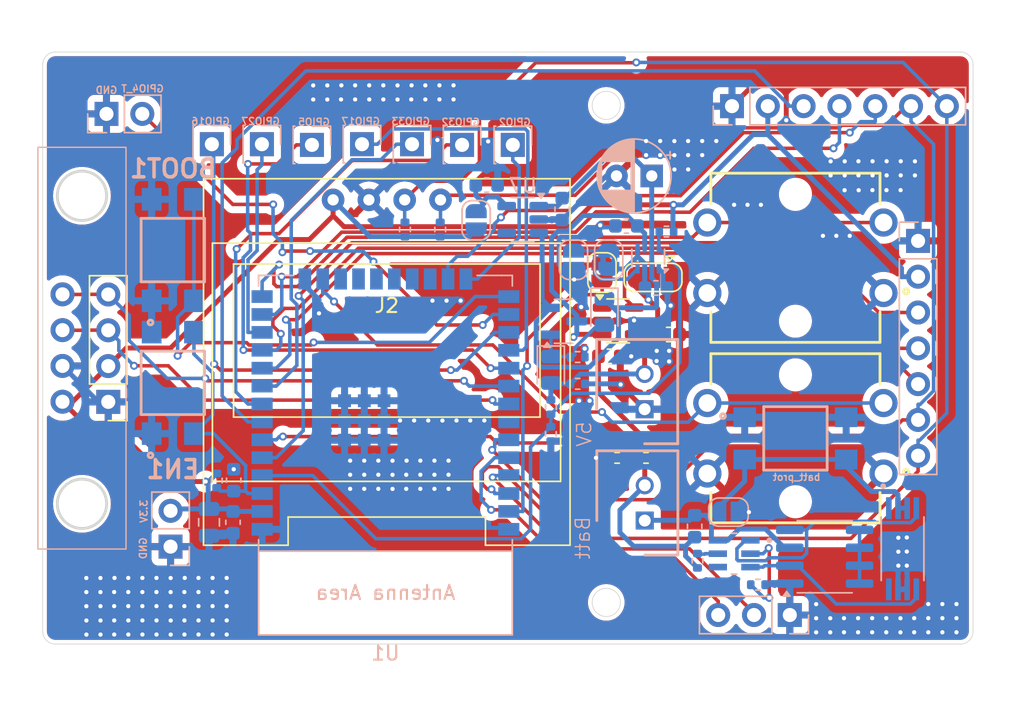
<source format=kicad_pcb>
(kicad_pcb (version 20240108) (generator "pcbnew") (generator_version "8.0")
  (layers (0 "F.Cu" signal) (31 "B.Cu" signal) (34 "B.Paste" user) (35 "F.Paste" user) (36 "B.SilkS" user "B.Silkscreen") (37 "F.SilkS" user "F.Silkscreen") (38 "B.Mask" user) (39 "F.Mask" user) (44 "Edge.Cuts" user))
  (net 0 "")
  (net 1 "GND")
  (net 2 "+3V3")
  (net 3 "Net-(D3-K)")
  (net 4 "VBUS")
  (net 5 "LDO_IN")
  (net 6 "Net-(JP2-B)")
  (net 7 "+BATT")
  (net 8 "ADC_BATT")
  (net 9 "Net-(U2-VDD)")
  (net 10 "Net-(U2-VM)")
  (net 11 "POWER_STATUS")
  (net 12 "IO0")
  (net 13 "EN")
  (net 14 "BUTTON_UP")
  (net 15 "BUTTON_DOWN")
  (net 16 "SCL")
  (net 17 "SDA")
  (net 18 "DIO")
  (net 19 "CLK")
  (net 20 "GPIO15")
  (net 21 "RX")
  (net 22 "GPIO35")
  (net 23 "CHARGE_EN")
  (net 24 "GPIO14")
  (net 25 "GPIO25")
  (net 26 "GPIO26")
  (net 27 "GPIO39")
  (net 28 "TX")
  (net 29 "Net-(J7-Pin_1)")
  (net 30 "Net-(J9-Pin_1)")
  (net 33 "Net-(J10-Pin_1)")
  (net 34 "-BATT")
  (net 35 "DO")
  (net 37 "CO")
  (net 38 "Net-(JP4-C)")
  (net 39 "Net-(AO9926C1-D1-Pad5)")
  (net 40 "GPIO4_T")
  (net 41 "Net-(J11-Pin_1)")
  (net 42 "Net-(JP7-A)")
  (net 43 "Net-(J12-Pin_1)")
  (net 44 "Net-(J13-Pin_1)")
  (net 45 "Net-(J14-Pin_1)")
  (footprint "Capacitor_SMD:C_0603_1608Metric" (layer "F.Cu") (at 120.4 143.7)
    (property "Reference" "C11" (hide yes))
    (property "Value" "1uF")
  )
  (footprint "Resistor_SMD:R_0402_1005Metric" (layer "F.Cu") (at 123 150.9 180)
    (property "Reference" "R2" (hide yes))
    (property "Value" "300k")
  )
  (footprint "clock:B3F-4055" (layer "F.Cu") (at 133.6 149.5125)
    (property "Reference" "S4" (hide yes))
    (property "Value" "B3F-5050" (hide yes))
  )
  (footprint "Connector_PinHeader_2.54mm:PinHeader_1x04_P2.54mm_Vertical" (layer "F.Cu") (at 84.85 146.93 180)
    (property "Reference" "J4" (hide yes))
    (property "Value" "Led display 2")
  )
  (footprint "Jumper:SolderJumper-2_P1.3mm_Open_RoundedPad1.0x1.5mm" (layer "F.Cu") (at 119.875 137.75 -90)
    (property "Reference" "JP5" (hide yes))
    (property "Value" "SolderJumper_2_Open")
  )
  (footprint "Package_TO_SOT_SMD:SOT-23-5" (layer "F.Cu") (at 121.025 141.1875)
    (property "Reference" "U5" (hide yes))
    (property "Value" "MCP73811T-420I-OT")
  )
  (footprint "Resistor_SMD:R_0402_1005Metric" (layer "F.Cu") (at 120.95 150.9 180)
    (property "Reference" "R3" (hide yes))
    (property "Value" "800k")
  )
  (footprint "Capacitor_SMD:C_0603_1608Metric" (layer "F.Cu") (at 124.6 142.15)
    (property "Reference" "C10" (hide yes))
    (property "Value" "1uF")
  )
  (footprint "Jumper:SolderJumper-3_P1.3mm_Open_RoundedPad1.0x1.5mm" (layer "F.Cu") (at 123.5 138.1 180)
    (property "Reference" "JP4" (hide yes))
    (property "Value" "SolderJumper_3_Open")
  )
  (footprint "clock:B3F-4055" (layer "F.Cu") (at 133.6 136.7075)
    (property "Reference" "S3" (hide yes))
    (property "Value" "B3F-5050" (hide yes))
  )
  (footprint "clock:tm1637_module" (layer "F.Cu") (at 81.605 143.11)
    (property "Reference" "J3" (hide yes))
    (property "Value" "Led display")
    (fp_circle (center 1.379926 -10.8) (end 1.379926 -12.55) (stroke (width 0.2)) (fill none) (layer "Edge.Cuts"))
    (fp_circle (center 1.379926 11.05) (end 1.379926 9.3) (stroke (width 0.2)) (fill none) (layer "Edge.Cuts"))
  )
  (footprint "clock:SSD1306_0.96_Oled" (layer "F.Cu") (at 91.61 157.1)
    (property "Reference" "J2")
    (property "Value" "oled")
  )
  (footprint "Resistor_SMD:R_0402_1005Metric" (layer "B.Cu") (at 126.65 158.2 -90)
    (property "Reference" "R4" (hide yes))
    (property "Value" "330R")
  )
  (footprint "Package_TO_SOT_SMD:SOT-583-8" (layer "B.Cu") (at 123.1551 136.75 90)
    (property "Reference" "U4" (hide yes))
    (property "Value" "TPS2116DRL")
  )
  (footprint "clock:SHDR2W64P0X250_1X2_740X575X700P" (layer "B.Cu") (at 122.91 155.35 90)
    (property "Reference" "U3" (hide yes))
    (property "Value" "~" (hide yes))
  )
  (footprint "Resistor_SMD:R_0402_1005Metric" (layer "B.Cu") (at 116.25 147.3 -90)
    (property "Reference" "R7" (hide yes))
    (property "Value" "500k")
  )
  (footprint "Connector_PinSocket_2.54mm:PinSocket_1x01_P2.54mm_Vertical" (layer "B.Cu") (at 92.2 128.65 90)
    (property "Reference" "J12" (hide yes))
    (property "Value" "Conn_01x01_Socket")
  )
  (footprint "Package_SO:SOIC-8_3.9x4.9mm_P1.27mm" (layer "B.Cu") (at 135.675 157.915)
    (property "Reference" "AO9926C1" (hide yes))
    (property "Value" "~")
  )
  (footprint "Connector_PinSocket_2.54mm:PinSocket_1x02_P2.54mm_Vertical" (layer "B.Cu") (at 89.27 157.2)
    (property "Reference" "J15" (hide yes))
    (property "Value" "Conn_01x02_Socket")
  )
  (footprint "Connector_PinSocket_2.54mm:PinSocket_1x01_P2.54mm_Vertical" (layer "B.Cu") (at 113.55 128.7 90)
    (property "Reference" "J10" (hide yes))
    (property "Value" "Conn_01x01_Socket")
  )
  (footprint "Connector_PinSocket_2.54mm:PinSocket_1x01_P2.54mm_Vertical" (layer "B.Cu") (at 109.95 128.7 90)
    (property "Reference" "J7" (hide yes))
    (property "Value" "Conn_01x01_Socket")
  )
  (footprint "Resistor_SMD:R_0402_1005Metric" (layer "B.Cu") (at 124.45 134.85)
    (property "Reference" "R6" (hide yes))
    (property "Value" "10K")
  )
  (footprint "clock:TL3305AF160QG" (layer "B.Cu") (at 89.43 145.58 90)
    (property "Reference" "EN1")
    (property "Value" "TL3305AF160QG" (hide yes))
  )
  (footprint "Connector_PinSocket_2.54mm:PinSocket_1x01_P2.54mm_Vertical" (layer "B.Cu") (at 99.3 128.7 90)
    (property "Reference" "J9" (hide yes))
    (property "Value" "Conn_01x01_Socket")
  )
  (footprint "Resistor_SMD:R_0402_1005Metric" (layer "B.Cu") (at 105.9 134.7 90)
    (property "Reference" "R11" (hide yes))
    (property "Value" "5.1k")
  )
  (footprint "Resistor_SMD:R_0402_1005Metric" (layer "B.Cu") (at 118.15 145.65)
    (property "Reference" "R9" (hide yes))
    (property "Value" "50k")
  )
  (footprint "Connector_PinSocket_2.54mm:PinSocket_1x01_P2.54mm_Vertical" (layer "B.Cu") (at 102.85 128.65 90)
    (property "Reference" "J13" (hide yes))
    (property "Value" "Conn_01x01_Socket")
  )
  (footprint "Capacitor_SMD:C_0603_1608Metric" (layer "B.Cu") (at 111.7 131.55)
    (property "Reference" "C8" (hide yes))
    (property "Value" "1uF")
  )
  (footprint "Capacitor_SMD:C_0603_1608Metric" (layer "B.Cu") (at 123.7051 138.85 180)
    (property "Reference" "C6" (hide yes))
    (property "Value" "1uF")
  )
  (footprint "clock:SOT95P280X140-6N" (layer "B.Cu") (at 129.25 157.7 180)
    (property "Reference" "U2" (hide yes))
    (property "Value" "~")
  )
  (footprint "Connector_PinSocket_2.54mm:PinSocket_1x02_P2.54mm_Vertical" (layer "B.Cu") (at 84.725 126.5 -90)
    (property "Reference" "J8" (hide yes))
    (property "Value" "Conn_01x02_Socket")
  )
  (footprint "Connector_PinSocket_2.54mm:PinSocket_1x01_P2.54mm_Vertical" (layer "B.Cu") (at 95.75 128.65 90)
    (property "Reference" "J11" (hide yes))
    (property "Value" "Conn_01x01_Socket")
  )
  (footprint "Resistor_SMD:R_0402_1005Metric" (layer "B.Cu") (at 92.55 152.51 -90)
    (property "Reference" "R1" (hide yes))
    (property "Value" "10k")
  )
  (footprint "clock:TL3305AF160QG" (layer "B.Cu") (at 133.6 149.52)
    (property "Reference" "BATT_P1" (hide yes))
    (property "Value" "TL3305AF160QG" (hide yes))
  )
  (footprint "Capacitor_SMD:C_0603_1608Metric" (layer "B.Cu") (at 126.45 155.75 -90)
    (property "Reference" "C4" (hide yes))
    (property "Value" "0.1uF")
  )
  (footprint "Jumper:SolderJumper-2_P1.3mm_Bridged2Bar_RoundedPad1.0x1.5mm" (layer "B.Cu") (at 120.3551 136.85 -90)
    (property "Reference" "JP3" (hide yes))
    (property "Value" "Jumper_bridged")
  )
  (footprint "Connector_PinHeader_2.54mm:PinHeader_1x03_P2.54mm_Vertical" (layer "B.Cu") (at 133.2 162.05 90)
    (property "Reference" "J1" (hide yes))
    (property "Value" "Conn_01x03_Pin")
  )
  (footprint "Capacitor_SMD:C_0603_1608Metric" (layer "B.Cu") (at 93.75 152.485 -90)
    (property "Reference" "C3" (hide yes))
    (property "Value" "0.1uF")
  )
  (footprint "Package_TO_SOT_SMD:SOT-23" (layer "B.Cu") (at 117.15 141.2125)
    (property "Reference" "Q2" (hide yes))
    (property "Value" "FDN304PZ")
  )
  (footprint "Jumper:SolderJumper-2_P1.3mm_Open_RoundedPad1.0x1.5mm" (layer "B.Cu") (at 128.85 154.75)
    (property "Reference" "JP1" (hide yes))
    (property "Value" "Jumper")
  )
  (footprint "PCM_Espressif:ESP32-WROOM-32E" (layer "B.Cu") (at 104.515 148.96)
    (property "Reference" "U1")
    (property "Value" "ESP32-WROOM-E")
  )
  (footprint "Jumper:SolderJumper-2_P1.3mm_Open_RoundedPad1.0x1.5mm" (layer "B.Cu") (at 110.95 134.05 -90)
    (property "Reference" "JP7" (hide yes))
    (property "Value" "Jumper")
  )
  (footprint "Package_TO_SOT_SMD:SOT-23-5" (layer "B.Cu") (at 114.2525 133.99 180)
    (property "Reference" "U7")
    (property "Value" "TLV75533PDBV")
  )
  (footprint "Connector_PinSocket_2.54mm:PinSocket_1x01_P2.54mm_Vertical" (layer "B.Cu") (at 106.4 128.65 90)
    (property "Reference" "J14" (hide yes))
    (property "Value" "Conn_01x01_Socket")
  )
  (footprint "Capacitor_SMD:C_0603_1608Metric" (layer "B.Cu") (at 117.05 133.25 -90)
    (property "Reference" "C9" (hide yes))
    (property "Value" "1uF")
  )
  (footprint "Resistor_SMD:R_0402_1005Metric" (layer "B.Cu") (at 108.4 134.7 90)
    (property "Reference" "R12" (hide yes))
    (property "Value" "5.1k")
  )
  (footprint "Jumper:SolderJumper-2_P1.3mm_Open_RoundedPad1.0x1.5mm" (layer "B.Cu") (at 117.8551 136.85 90)
    (property "Reference" "JP2" (hide yes))
    (property "Value" "Jumper")
  )
  (footprint "Resistor_SMD:R_0402_1005Metric" (layer "B.Cu") (at 130.94 159.9)
    (property "Reference" "R5" (hide yes))
    (property "Value" "2.7K")
  )
  (footprint "clock:SHDR2W64P0X250_1X2_740X575X700P" (layer "B.Cu") (at 122.9 147.45 90)
    (property "Reference" "USB_BOARD1" (hide yes))
    (property "Value" "Conn_01x02_Socket" (hide yes))
  )
  (footprint "Resistor_SMD:R_0402_1005Metric" (layer "B.Cu") (at 116.25 149.2 -90)
    (property "Reference" "R10" (hide yes))
    (property "Value" "800k")
  )
  (footprint "clock:TL3305AF160QG" (layer "B.Cu") (at 89.43 136.16 90)
    (property "Reference" "BOOT1")
    (property "Value" "TL3305AF160QG" (hide yes))
  )
  (footprint "Diode_SMD:D_0805_2012Metric" (layer "B.Cu") (at 116.25 144.65 -90)
    (property "Reference" "D3" (hide yes))
    (property "Value" "SD0805S040S0R5")
  )
  (footprint "Connector_PinSocket_2.54mm:PinSocket_1x07_P2.54mm_Vertical" (layer "B.Cu") (at 142.3 135.51 180)
    (property "Reference" "J6" (hide yes))
    (property "Value" "Conn_01x07_Socket")
  )
  (footprint "Resistor_SMD:R_0402_1005Metric" (layer "B.Cu") (at 118.15 143.75)
    (property "Reference" "R8" (hide yes))
    (property "Value" "100K")
  )
  (footprint "Diode_SMD:D_0805_2012Metric" (layer "B.Cu") (at 120.05 140.55 -90)
    (property "Reference" "D4" (hide yes))
    (property "Value" "SD0805S040S0R5")
  )
  (footprint "Capacitor_THT:CP_Radial_D5.0mm_P2.50mm" (layer "B.Cu") (at 123.4051 130.9 180)
    (property "Reference" "C5" (hide yes))
    (property "Value" "100uF")
  )
  (footprint "Capacitor_SMD:C_0603_1608Metric" (layer "B.Cu") (at 93.7 155.475 -90)
    (property "Reference" "C2" (hide yes))
    (property "Value" "0.1uF")
  )
  (footprint "clock:SOP65P640X120-8N" (layer "B.Cu") (at 141.2 157.35 -90)
    (property "Reference" "Q1" (hide yes))
    (property "Value" "FS8205A")
  )
  (footprint "Capacitor_SMD:C_0805_2012Metric" (layer "B.Cu") (at 92 155.475 -90)
    (property "Reference" "C1" (hide yes))
    (property "Value" "22uF")
  )
  (footprint "Capacitor_SMD:C_0603_1608Metric" (layer "B.Cu") (at 121.6051 134.45 180)
    (property "Reference" "C7" (hide yes))
    (property "Value" "1uF")
  )
  (footprint "Connector_PinSocket_2.54mm:PinSocket_1x07_P2.54mm_Vertical" (layer "B.Cu") (at 129.1 125.95 -90)
    (property "Reference" "J5" (hide yes))
    (property "Value" "Conn_01x07_Socket")
  )
  (gr_rect (start 79.86 128.87) (end 86.11 157.37) (stroke (width 0.1)) (fill none) (layer "B.SilkS"))
  (gr_circle (center 120.18 161.155) (end 121.18 161.155) (stroke (width 0.05)) (fill none) (layer "Edge.Cuts"))
  (gr_arc (start 145.299514 122.11) (mid 145.936254 122.373746) (end 146.2 123.010486) (stroke (width 0.05)) (layer "Edge.Cuts"))
  (gr_arc (start 81.1 164.11) (mid 80.46326 163.846254) (end 80.199514 163.209514) (stroke (width 0.05)) (layer "Edge.Cuts"))
  (gr_circle (center 120.18 125.895) (end 121.18 125.895) (stroke (width 0.05)) (fill none) (layer "Edge.Cuts"))
  (gr_arc (start 146.2 163.21) (mid 145.936254 163.84674) (end 145.299514 164.110486) (stroke (width 0.05)) (layer "Edge.Cuts"))
  (gr_line (start 146.2 163.21) (end 146.2 123.010486) (stroke (width 0.05)) (layer "Edge.Cuts"))
  (gr_line (start 81.1 164.11) (end 145.299514 164.11) (stroke (width 0.05)) (layer "Edge.Cuts"))
  (gr_line (start 81.1 122.11) (end 145.299514 122.11) (stroke (width 0.05)) (layer "Edge.Cuts"))
  (gr_arc (start 80.199514 123.010486) (mid 80.46326 122.373746) (end 81.1 122.11) (stroke (width 0.05)) (layer "Edge.Cuts"))
  (gr_line (start 80.199514 163.209514) (end 80.199514 123.010486) (stroke (width 0.05)) (layer "Edge.Cuts"))
  (gr_text "GPIO4_T" (at 88.85 125.01 0) (layer "B.SilkS") (effects (font (size 0.5 0.5) (thickness 0.1)) (justify left bottom mirror)))
  (gr_text "GND" (at 87.62 156.49 90) (layer "B.SilkS") (effects (font (size 0.5 0.5) (thickness 0.1)) (justify left bottom mirror)))
  (gr_text "GPIO33" (at 107.73 127.32 0) (layer "B.SilkS") (effects (font (size 0.5 0.5) (thickness 0.1)) (justify left bottom mirror)))
  (gr_text "GPIO16" (at 93.53 127.32 0) (layer "B.SilkS") (effects (font (size 0.5 0.5) (thickness 0.1)) (justify left bottom mirror)))
  (gr_text "GPIO27" (at 97.08 127.32 0) (layer "B.SilkS") (effects (font (size 0.5 0.5) (thickness 0.1)) (justify left bottom mirror)))
  (gr_text "3.3V" (at 87.67 153.82 90) (layer "B.SilkS") (effects (font (size 0.5 0.5) (thickness 0.1)) (justify left bottom mirror)))
  (gr_text "GPIO5" (at 100.63 127.37 0) (layer "B.SilkS") (effects (font (size 0.5 0.5) (thickness 0.1)) (justify left bottom mirror)))
  (gr_text "GPIO2" (at 114.88 127.37 0) (layer "B.SilkS") (effects (font (size 0.5 0.5) (thickness 0.1)) (justify left bottom mirror)))
  (gr_text "5V\n" (at 119.2 148.25 90) (layer "B.SilkS") (effects (font (size 1 1) (thickness 0.1)) (justify left bottom mirror)))
  (gr_text "GPIO32" (at 111.28 127.37 0) (layer "B.SilkS") (effects (font (size 0.5 0.5) (thickness 0.1)) (justify left bottom mirror)))
  (gr_text "GPIO17" (at 104.18 127.32 0) (layer "B.SilkS") (effects (font (size 0.5 0.5) (thickness 0.1)) (justify left bottom mirror)))
  (gr_text "batt_prot" (at 135.43 152.56 0) (layer "B.SilkS") (effects (font (size 0.5 0.5) (thickness 0.1)) (justify left bottom mirror)))
  (gr_text "Batt\n" (at 119.1 154.99 90) (layer "B.SilkS") (effects (font (size 1 1) (thickness 0.1)) (justify left bottom mirror)))
  (gr_text "GND" (at 85.55 125.11 0) (layer "B.SilkS") (effects (font (size 0.5 0.5) (thickness 0.1)) (justify left bottom mirror)))
  (segment (start 132.95 126.95) (end 132.95 125.04) (width 0.35) (layer "F.Cu") (net 1))
  (segment (start 117.1 142) (end 117.1 142.8) (width 0.35) (layer "F.Cu") (net 1))
  (segment (start 121.95 143.7) (end 121.175 143.7) (width 0.35) (layer "F.Cu") (net 1))
  (segment (start 117.1 142.8) (end 117.45 143.15) (width 0.35) (layer "F.Cu") (net 1))
  (segment (start 132.95 125.04) (end 132.25 124.34) (width 0.35) (layer "F.Cu") (net 1))
  (segment (start 132.25 124.34) (end 130.71 124.34) (width 0.35) (layer "F.Cu") (net 1))
  (segment (start 119.8875 141.1875) (end 117.9125 141.1875) (width 0.35) (layer "F.Cu") (net 1))
  (segment (start 121.2 145.75) (end 122.9 147.45) (width 0.35) (layer "F.Cu") (net 1))
  (segment (start 130.71 124.34) (end 129.1 125.95) (width 0.35) (layer "F.Cu") (net 1))
  (segment (start 117.45 143.15) (end 118.65 143.15) (width 0.35) (layer "F.Cu") (net 1))
  (segment (start 121.2 145.7) (end 121.2 145.75) (width 0.35) (layer "F.Cu") (net 1))
  (segment (start 117.9125 141.1875) (end 117.1 142) (width 0.35) (layer "F.Cu") (net 1))
  (via (at 138.044 162.275) (size 0.56) (drill 0.3) (layers "F.Cu" "B.Cu") (net 1))
  (via (at 122.15 141.15) (size 0.56) (drill 0.3) (layers "F.Cu" "B.Cu") (net 1))
  (via (at 99.8 140.65) (size 0.56) (drill 0.3) (layers "F.Cu" "B.Cu") (net 1))
  (via (at 104.364 125.475) (size 0.56) (drill 0.3) (layers "F.Cu" "B.Cu") (net 1))
  (via (at 84.3 163.44) (size 0.56) (drill 0.3) (layers "F.Cu" "B.Cu") (net 1))
  (via (at 142.024 163.275) (size 0.56) (drill 0.3) (layers "F.Cu" "B.Cu") (net 1))
  (via (at 129.25 132.95) (size 0.56) (drill 0.3) (layers "F.Cu" "B.Cu") (net 1))
  (via (at 89.276 159.425) (size 0.56) (drill 0.3) (layers "F.Cu" "B.Cu") (net 1))
  (via (at 137.086 131.915) (size 0.56) (drill 0.3) (layers "F.Cu" "B.Cu") (net 1))
  (via (at 141.5 156.55) (size 0.56) (drill 0.3) (layers "F.Cu" "B.Cu") (net 1))
  (via (at 118.25 146.85) (size 0.56) (drill 0.3) (layers "F.Cu" "B.Cu") (net 1))
  (via (at 90.25 160.42) (size 0.56) (drill 0.3) (layers "F.Cu" "B.Cu") (net 1))
  (via (at 91.25 160.42) (size 0.56) (drill 0.3) (layers "F.Cu" "B.Cu") (net 1))
  (via (at 140.06 131.91) (size 0.56) (drill 0.3) (layers "F.Cu" "B.Cu") (net 1))
  (via (at 140.07 130.86) (size 0.56) (drill 0.3) (layers "F.Cu" "B.Cu") (net 1))
  (via (at 135.07 161.28) (size 0.56) (drill 0.3) (layers "F.Cu" "B.Cu") (net 1))
  (via (at 139.044 162.275) (size 0.56) (drill 0.3) (layers "F.Cu" "B.Cu") (net 1))
  (via (at 92.254 163.435) (size 0.56) (drill 0.3) (layers "F.Cu" "B.Cu") (net 1))
  (via (at 99.39 125.48) (size 0.56) (drill 0.3) (layers "F.Cu" "B.Cu") (net 1))
  (via (at 90.25 161.42) (size 0.56) (drill 0.3) (layers "F.Cu" "B.Cu") (net 1))
  (via (at 132.95 126.95) (size 0.56) (drill 0.3) (layers "F.Cu" "B.Cu") (net 1))
  (via (at 93.25 161.42) (size 0.56) (drill 0.3) (layers "F.Cu" "B.Cu") (net 1))
  (via (at 108.344 125.475) (size 0.56) (drill 0.3) (layers "F.Cu" "B.Cu") (net 1))
  (via (at 109.344 125.475) (size 0.56) (drill 0.3) (layers "F.Cu" "B.Cu") (net 1))
  (via (at 84.296 161.425) (size 0.56) (drill 0.3) (layers "F.Cu" "B.Cu") (net 1))
  (via (at 143.024 162.275) (size 0.56) (drill 0.3) (layers "F.Cu" "B.Cu") (net 1))
  (via (at 99.39 124.48) (size 0.56) (drill 0.3) (layers "F.Cu" "B.Cu") (net 1))
  (via (at 117.9 138.25) (size 0.56) (drill 0.3) (layers "F.Cu" "B.Cu") (net 1))
  (via (at 123.006 128.425) (size 0.56) (drill 0.3) (layers "F.Cu" "B.Cu") (net 1))
  (via (at 126.986 129.425) (size 0.56) (drill 0.3) (layers "F.Cu" "B.Cu") (net 1))
  (via (at 107.99 151.1) (size 0.56) (drill 0.3) (layers "F.Cu" "B.Cu") (net 1))
  (via (at 136.5 135.15) (size 0.56) (drill 0.3) (layers "F.Cu" "B.Cu") (net 1))
  (via (at 93.254 162.435) (size 0.56) (drill 0.3) (layers "F.Cu" "B.Cu") (net 1))
  (via (at 102.01 151.1) (size 0.56) (drill 0.3) (layers "F.Cu" "B.Cu") (net 1))
  (via (at 145.024 163.275) (size 0.56) (drill 0.3) (layers "F.Cu" "B.Cu") (net 1))
  (via (at 124.006 128.425) (size 0.56) (drill 0.3) (layers "F.Cu" "B.Cu") (net 1))
  (via (at 144.024 163.275) (size 0.56) (drill 0.3) (layers "F.Cu" "B.Cu") (net 1))
  (via (at 118.4 140.2) (size 0.56) (drill 0.3) (layers "F.Cu" "B.Cu") (net 1))
  (via (at 126.986 128.425) (size 0.56) (drill 0.3) (layers "F.Cu" "B.Cu") (net 1))
  (via (at 93.25 159.42) (size 0.56) (drill 0.3) (layers "F.Cu" "B.Cu") (net 1))
  (via (at 138.07 130.86) (size 0.56) (drill 0.3) (layers "F.Cu" "B.Cu") (net 1))
  (via (at 103.01 153.1) (size 0.56) (drill 0.3) (layers "F.Cu" "B.Cu") (net 1))
  (via (at 89.276 160.425) (size 0.56) (drill 0.3) (layers "F.Cu" "B.Cu") (net 1))
  (via (at 109.344 124.475) (size 0.56) (drill 0.3) (layers "F.Cu" "B.Cu") (net 1))
  (via (at 139.044 163.275) (size 0.56) (drill 0.3) (layers "F.Cu" "B.Cu") (net 1))
  (via (at 83.296 161.425) (size 0.56) (drill 0.3) (layers "F.Cu" "B.Cu") (net 1))
  (via (at 135.55 135.15) (size 0.56) (drill 0.3) (layers "F.Cu" "B.Cu") (net 1))
  (via (at 123.75 144.03) (size 0.56) (drill 0.3) (layers "F.Cu" "B.Cu") (net 1))
  (via (at 87.274 163.435) (size 0.56) (drill 0.3) (layers "F.Cu" "B.Cu") (net 1))
  (via (at 141.05 163.28) (size 0.56) (drill 0.3) (layers "F.Cu" "B.Cu") (net 1))
  (via (at 109.555 148.25) (size 0.56) (drill 0.3) (layers "F.Cu" "B.Cu") (net 1))
  (via (at 100.39 125.48) (size 0.56) (drill 0.3) (layers "F.Cu" "B.Cu") (net 1))
  (via (at 105.99 152.1) (size 0.56) (drill 0.3) (layers "F.Cu" "B.Cu") (net 1))
  (via (at 137.096 129.865) (size 0.56) (drill 0.3) (layers "F.Cu" "B.Cu") (net 1))
  (via (at 90.254 163.435) (size 0.56) (drill 0.3) (layers "F.Cu" "B.Cu") (net 1))
  (via (at 124.006 129.425) (size 0.56) (drill 0.3) (layers "F.Cu" "B.Cu") (net 1))
  (via (at 124.64 143.31) (size 0.56) (drill 0.3) (layers "F.Cu" "B.Cu") (net 1))
  (via (at 106.99 153.1) (size 0.56) (drill 0.3) (layers "F.Cu" "B.Cu") (net 1))
  (via (at 88.27 159.42) (size 0.56) (drill 0.3) (layers "F.Cu" "B.Cu") (net 1))
  (via (at 137.45 135.15) (size 0.56) (drill 0.3) (layers "F.Cu" "B.Cu") (net 1))
  (via (at 140.9 156.57) (size 0.56) (drill 0.3) (layers "F.Cu" "B.Cu") (net 1))
  (via (at 139.07 129.86) (size 0.56) (drill 0.3) (layers "F.Cu" "B.Cu") (net 1))
  (via (at 140.07 129.86) (size 0.56) (drill 0.3) (layers "F.Cu" "B.Cu") (net 1))
  (via (at 138.086 131.915) (size 0.56) (drill 0.3) (layers "F.Cu" "B.Cu") (net 1))
  (via (at 136.07 162.28) (size 0.56) (drill 0.3) (layers "F.Cu" "B.Cu") (net 1))
  (via (at 145.024 161.275) (size 0.56) (drill 0.3) (layers "F.Cu" "B.Cu") (net 1))
  (via (at 121.2 145.7) (size 0.56) (drill 0.3) (layers "F.Cu" "B.Cu") (net 1))
  (via (at 83.296 160.425) (size 0.56) (drill 0.3) (layers "F.Cu" "B.Cu") (net 1))
  (via (at 85.27 161.42) (size 0.56) (drill 0.3) (layers "F.Cu" "B.Cu") (net 1))
  (via (at 88.27 160.42) (size 0.56) (drill 0.3) (layers "F.Cu" "B.Cu") (net 1))
  (via (at 141.06 131.91) (size 0.56) (drill 0.3) (layers "F.Cu" "B.Cu") (net 1))
  (via (at 92.25 161.42) (size 0.56) (drill 0.3) (layers "F.Cu" "B.Cu") (net 1))
  (via (at 91.25 161.42) (size 0.56) (drill 0.3) (layers "F.Cu" "B.Cu") (net 1))
  (via (at 84.296 159.425) (size 0.56) (drill 0.3) (layers "F.Cu" "B.Cu") (net 1))
  (via (at 107.85 139.75) (size 0.56) (drill 0.3) (layers "F.Cu" "B.Cu") (net 1))
  (via (at 121.95 143.7) (size 0.56) (drill 0.3) (layers "F.Cu" "B.Cu") (net 1))
  (via (at 102.01 153.1) (size 0.56) (drill 0.3) (layers "F.Cu" "B.Cu") (net 1))
  (via (at 111.53 148.25) (size 0.56) (drill 0.3) (layers "F.Cu" "B.Cu") (net 1))
  (via (at 125.016 130.445) (size 0.56) (drill 0.3) (layers "F.Cu" "B.Cu") (net 1))
  (via (at 107.55 148.25) (size 0.56) (drill 0.3) (layers "F.Cu" "B.Cu") (net 1))
  (via (at 106.55 148.25) (size 0.56) (drill 0.3) (layers "F.Cu" "B.Cu") (net 1))
  (via (at 141.05 162.28) (size 0.56) (drill 0.3) (layers "F.Cu" "B.Cu") (net 1))
  (via (at 135.07 162.28) (size 0.56) (drill 0.3) (layers "F.Cu" "B.Cu") (net 1))
  (via (at 108.99 151.1) (size 0.56) (drill 0.3) (layers "F.Cu" "B.Cu") (net 1))
  (via (at 135.07 163.28) (size 0.56) (drill 0.3) (layers "F.Cu" "B.Cu") (net 1))
  (via (at 103.364 124.475) (size 0.56) (drill 0.3) (layers "F.Cu" "B.Cu") (net 1))
  (via (at 103.364 125.475) (size 0.56) (drill 0.3) (layers "F.Cu" "B.Cu") (net 1))
  (via (at 138.044 163.275) (size 0.56) (drill 0.3) (layers "F.Cu" "B.Cu") (net 1))
  (via (at 105.99 153.1) (size 0.56) (drill 0.3) (layers "F.Cu" "B.Cu") (net 1))
  (via (at 141.5 158.55) (size 0.56) (drill 0.3) (layers "F.Cu" "B.Cu") (net 1))
  (via (at 90.254 162.435) (size 0.56) (drill 0.3) (layers "F.Cu" "B.Cu") (net 1))
  (via (at 141.07 130.86) (size 0.56) (drill 0.3) (layers "F.Cu" "B.Cu") (net 1))
  (via (at 103.01 151.1) (size 0.56) (drill 0.3) (layers "F.Cu" "B.Cu") (net 1))
  (via (at 89.28 163.44) (size 0.56) (drill 0.3) (layers "F.Cu" "B.Cu") (net 1))
  (via (at 131.15 132.95) (size 0.56) (drill 0.3) (layers "F.Cu" "B.Cu") (net 1))
  (via (at 108.344 124.475) (size 0.56) (drill 0.3) (layers "F.Cu" "B.Cu") (net 1))
  (via (at 87.27 161.42) (size 0.56) (drill 0.3) (layers "F.Cu" "B.Cu") (net 1))
  (via (at 89.28 162.44) (size 0.56) (drill 0.3) (layers "F.Cu" "B.Cu") (net 1))
  (via (at 92.254 162.435) (size 0.56) (drill 0.3) (layers "F.Cu" "B.Cu") (net 1))
  (via (at 144.024 162.275) (size 0.56) (drill 0.3) (layers "F.Cu" "B.Cu") (net 1))
  (via (at 125.99 130.44) (size 0.56) (drill 0.3) (layers "F.Cu" "B.Cu") (net 1))
  (via (at 107.99 153.1) (size 0.56) (drill 0.3) (layers "F.Cu" "B.Cu") (net 1))
  (via (at 85.295 159.42) (size 0.56) (drill 0.3) (layers "F.Cu" "B.Cu") (net 1))
  (via (at 86.27 161.42) (size 0.56) (drill 0.3) (layers "F.Cu" "B.Cu") (net 1))
  (via (at 124.75 140.1) (size 0.56) (drill 0.3) (layers "F.Cu" "B.Cu") (net 1))
  (via (at 107.99 152.1) (size 0.56) (drill 0.3) (layers "F.Cu" "B.Cu") (net 1))
  (via (at 125.986 128.425) (size 0.56) (drill 0.3) (layers "F.Cu" "B.Cu") (net 1))
  (via (at 136.096 130.865) (size 0.56) (drill 0.3) (layers "F.Cu" "B.Cu") (net 1))
  (via (at 119.45 150.9) (size 0.56) (drill 0.3) (layers "F.Cu" "B.Cu") (net 1))
  (via (at 140.044 163.275) (size 0.56) (drill 0.3) (layers "F.Cu" "B.Cu") (net 1))
  (via (at 105.55 148.25) (size 0.56) (drill 0.3) (layers "F.Cu" "B.Cu") (net 1))
  (via (at 108.99 152.1) (size 0.56) (drill 0.3) (layers "F.Cu" "B.Cu") (net 1))
  (via (at 136.07 163.28) (size 0.56) (drill 0.3) (layers "F.Cu" "B.Cu") (net 1))
  (via (at 92.25 160.42) (size 0.56) (drill 0.3) (layers "F.Cu" "B.Cu") (net 1))
  (via (at 137.096 130.865) (size 0.56) (drill 0.3) (layers "F.Cu" "B.Cu") (net 1))
  (via (at 93.254 163.435) (size 0.56) (drill 0.3) (layers "F.Cu" "B.Cu") (net 1))
  (via (at 136.096 129.865) (size 0.56) (drill 0.3) (layers "F.Cu" "B.Cu") (net 1))
  (via (at 83.3 163.44) (size 0.56) (drill 0.3) (layers "F.Cu" "B.Cu") (net 1))
  (via (at 91.254 162.435) (size 0.56) (drill 0.3) (layers "F.Cu" "B.Cu") (net 1))
  (via (at 104.01 151.1) (size 0.56) (drill 0.3) (layers "F.Cu" "B.Cu") (net 1))
  (via (at 88.274 162.435) (size 0.56) (drill 0.3) (layers "F.Cu" "B.Cu") (net 1))
  (via (at 89.276 161.425) (size 0.56) (drill 0.3) (layers "F.Cu" "B.Cu") (net 1))
  (via (at 103.01 152.1) (size 0.56) (drill 0.3) (layers "F.Cu" "B.Cu") (net 1))
  (via (at 138.07 129.86) (size 0.56) (drill 0.3) (layers "F.Cu" "B.Cu") (net 1))
  (via (at 106.015 151.1) (size 0.56) (drill 0.3) (layers "F.Cu" "B.Cu") (net 1))
  (via (at 91.25 159.42) (size 0.56) (drill 0.3) (layers "F.Cu" "B.Cu") (net 1))
  (via (at 87.27 160.42) (size 0.56) (drill 0.3) (layers "F.Cu" "B.Cu") (net 1))
  (via (at 142.076 130.865) (size 0.56) (drill 0.3) (layers "F.Cu" "B.Cu") (net 1))
  (via (at 102.01 152.1) (size 0.56) (drill 0.3) (layers "F.Cu" "B.Cu") (net 1))
  (via (at 105.016 151.105) (size 0.56) (drill 0.3) (layers "F.Cu" "B.Cu") (net 1))
  (via (at 83.296 159.425) (size 0.56) (drill 0.3) (layers "F.Cu" "B.Cu") (net 1))
  (via (at 87.27 159.42) (size 0.56) (drill 0.3) (layers "F.Cu" "B.Cu") (net 1))
  (via (at 106.369 124.475) (size 0.56) (drill 0.3) (layers "F.Cu" "B.Cu") (net 1))
  (via (at 93.25 160.42) (size 0.56) (drill 0.3) (layers "F.Cu" "B.Cu") (net 1))
  (via (at 105.37 124.48) (size 0.56) (drill 0.3) (layers "F.Cu" "B.Cu") (net 1))
  (via (at 108.556 148.255) (size 0.56) (drill 0.3) (layers "F.Cu" "B.Cu") (net 1))
  (via (at 86.27 160.42) (size 0.56) (drill 0.3) (layers "F.Cu" "B.Cu") (net 1))
  (via (at 105.37 125.48) (size 0.56) (drill 0.3) (layers "F.Cu" "B.Cu") (net 1))
  (via (at 140.9 157.56) (size 0.56) (drill 0.3) (layers "F.Cu" "B.Cu") (net 1))
  (via (at 108.99 153.1) (size 0.56) (drill 0.3) (layers "F.Cu" "B.Cu") (net 1))
  (via (at 86.274 162.435) (size 0.56) (drill 0.3) (layers "F.Cu" "B.Cu") (net 1))
  (via (at 83.3 162.44) (size 0.56) (drill 0.3) (layers "F.Cu" "B.Cu") (net 1))
  (via (at 84.3 162.44) (size 0.56) (drill 0.3) (layers "F.Cu" "B.Cu") (net 1))
  (via (at 144.024 161.275) (size 0.56) (drill 0.3) (layers "F.Cu" "B.Cu") (net 1))
  (via (at 125.986 129.425) (size 0.56) (drill 0.3) (layers "F.Cu" "B.Cu") (net 1))
  (via (at 102.364 124.475) (size 0.56) (drill 0.3) (layers "F.Cu" "B.Cu") (net 1))
  (via (at 119.75 134.4) (size 0.56) (drill 0.3) (layers "F.Cu" "B.Cu") (net 1))
  (via (at 137.044 163.275) (size 0.56) (drill 0.3) (layers "F.Cu" "B.Cu") (net 1))
  (via (at 87.274 162.435) (size 0.56) (drill 0.3) (layers "F.Cu" "B.Cu") (net 1))
  (via (at 104.364 124.475) (size 0.56) (drill 0.3) (layers "F.Cu" "B.Cu") (net 1))
  (via (at 88.27 161.42) (size 0.56) (drill 0.3) (layers "F.Cu" "B.Cu") (net 1))
  (via (at 141.5 157.55) (size 0.56) (drill 0.3) (layers "F.Cu" "B.Cu") (net 1))
  (via (at 91.254 163.435) (size 0.56) (drill 0.3) (layers "F.Cu" "B.Cu") (net 1))
  (via (at 130.2 132.95) (size 0.56) (drill 0.3) (layers "F.Cu" "B.Cu") (net 1))
  (via (at 101.364 125.475) (size 0.56) (drill 0.3) (layers "F.Cu" "B.Cu") (net 1))
  (via (at 85.274 163.435) (size 0.56) (drill 0.3) (layers "F.Cu" "B.Cu") (net 1))
  (via (at 127.986 128.425) (size 0.56) (drill 0.3) (layers "F.Cu" "B.Cu") (net 1))
  (via (at 85.274 162.435) (size 0.56) (drill 0.3) (layers "F.Cu" "B.Cu") (net 1))
  (via (at 85.27 160.42) (size 0.56) (drill 0.3) (layers "F.Cu" "B.Cu") (net 1))
  (via (at 108.2 128.35) (size 0.56) (drill 0.3) (layers "F.Cu" "B.Cu") (net 1))
  (via (at 105.016 153.105) (size 0.56) (drill 0.3) (layers "F.Cu" "B.Cu") (net 1))
  (via (at 92.25 159.42) (size 0.56) (drill 0.3) (layers "F.Cu" "B.Cu") (net 1))
  (via (at 124.64 144.06) (size 0.56) (drill 0.3) (layers "F.Cu" "B.Cu") (net 1))
  (via (at 125.012 128.43) (size 0.56) (drill 0.3) (layers "F.Cu" "B.Cu") (net 1))
  (via (at 143.024 161.275) (size 0.56) (drill 0.3) (layers "F.Cu" "B.Cu") (net 1))
  (via (at 106.99 152.1) (size 0.56) (drill 0.3) (layers "F.Cu" "B.Cu") (net 1))
  (via (at 142.024 162.275) (size 0.56) (drill 0.3) (layers "F.Cu" "B.Cu") (net 1))
  (via (at 109.85 139.75) (size 0.56) (drill 0.3) (layers "F.Cu" "B.Cu") (net 1))
  (via (at 104.01 152.1) (size 0.56) (drill 0.3) (layers "F.Cu" "B.Cu") (net 1))
  (via (at 104.01 153.1) (size 0.56) (drill 0.3) (layers "F.Cu" "B.Cu") (net 1))
  (via (at 139.06 131.91) (size 0.56) (drill 0.3) (layers "F.Cu" "B.Cu") (net 1))
  (via (at 106.99 151.1) (size 0.56) (drill 0.3) (layers "F.Cu" "B.Cu") (net 1))
  (via (at 123.006 129.425) (size 0.56) (drill 0.3) (layers "F.Cu" "B.Cu") (net 1))
  (via (at 141.07 129.86) (size 0.56) (drill 0.3) (layers "F.Cu" "B.Cu") (net 1))
  (via (at 106.344 125.475) (size 0.56) (drill 0.3) (layers "F.Cu" "B.Cu") (net 1))
  (via (at 108.85 139.75) (size 0.56) (drill 0.3) (layers "F.Cu" "B.Cu") (net 1))
  (via (at 142.076 129.865) (size 0.56) (drill 0.3) (layers "F.Cu" "B.Cu") (net 1))
  (via (at 84.296 160.425) (size 0.56) (drill 0.3) (layers "F.Cu" "B.Cu") (net 1))
  (via (at 145.024 162.275) (size 0.56) (drill 0.3) (layers "F.Cu" "B.Cu") (net 1))
  (via (at 88.274 163.435) (size 0.56) (drill 0.3) (layers "F.Cu" "B.Cu") (net 1))
  (via (at 107.344 124.475) (size 0.56) (drill 0.3) (layers "F.Cu" "B.Cu") (net 1))
  (via (at 143.024 163.275) (size 0.56) (drill 0.3) (layers "F.Cu" "B.Cu") (net 1))
  (via (at 140.9 158.55) (size 0.56) (drill 0.3) (layers "F.Cu" "B.Cu") (net 1))
  (via (at 93.75 151.71) (size 0.56) (drill 0.3) (layers "F.Cu" "B.Cu") (net 1))
  (via (at 90.275 159.42) (size 0.56) (drill 0.3) (layers "F.Cu" "B.Cu") (net 1))
  (via (at 86.27 159.42) (size 0.56) (drill 0.3) (layers "F.Cu" "B.Cu") (net 1))
  (via (at 100.39 124.48) (size 0.56) (drill 0.3) (layers "F.Cu" "B.Cu") (net 1))
  (via (at 107.344 125.475) (size 0.56) (drill 0.3) (layers "F.Cu" "B.Cu") (net 1))
  (via (at 86.274 163.435) (size 0.56) (drill 0.3) (layers "F.Cu" "B.Cu") (net 1))
  (via (at 101.389 124.475) (size 0.56) (drill 0.3) (layers "F.Cu" "B.Cu") (net 1))
  (via (at 125.012 129.43) (size 0.56) (drill 0.3) (layers "F.Cu" "B.Cu") (net 1))
  (via (at 110.53 148.25) (size 0.56) (drill 0.3) (layers "F.Cu" "B.Cu") (net 1))
  (via (at 105.016 152.105) (size 0.56) (drill 0.3) (layers "F.Cu" "B.Cu") (net 1))
  (via (at 111.8 128.45) (size 0.56) (drill 0.3) (layers "F.Cu" "B.Cu") (net 1))
  (via (at 123.76 143.31) (size 0.56) (drill 0.3) (layers "F.Cu" "B.Cu") (net 1))
  (via (at 118.65 143.15) (size 0.56) (drill 0.3) (layers "F.Cu" "B.Cu") (net 1))
  (via (at 139.07 130.86) (size 0.56) (drill 0.3) (layers "F.Cu" "B.Cu") (net 1))
  (via (at 119 146.85) (size 0.56) (drill 0.3) (layers "F.Cu" "B.Cu") (net 1))
  (via (at 130.3 154.75) (size 0.56) (drill 0.3) (layers "F.Cu" "B.Cu") (net 1))
  (via (at 140.044 162.275) (size 0.56) (drill 0.3) (layers "F.Cu" "B.Cu") (net 1))
  (via (at 137.044 162.275) (size 0.56) (drill 0.3) (layers "F.Cu" "B.Cu") (net 1))
  (via (at 102.364 125.475) (size 0.56) (drill 0.3) (layers "F.Cu" "B.Cu") (net 1))
  (segment (start 141.525 160.23) (end 141.525 158.575) (width 0.35) (layer "B.Cu") (net 1))
  (segment (start 116.8351 137.1851) (end 116.8351 135.3649) (width 0.35) (layer "B.Cu") (net 1))
  (segment (start 122.15 141.15) (end 122.15 143.5) (width 0.35) (layer "B.Cu") (net 1))
  (segment (start 98.795 138.67) (end 99.8 139.675) (width 0.35) (layer "B.Cu") (net 1))
  (segment (start 118.66 145.65) (end 121.15 145.65) (width 0.35) (layer "B.Cu") (net 1))
  (segment (start 141.525 158.575) (end 141.5 158.55) (width 0.35) (layer "B.Cu") (net 1))
  (segment (start 120.175 130.9) (end 120.9051 130.9) (width 0.35) (layer "B.Cu") (net 1))
  (segment (start 99.8 139.675) (end 99.8 140.65) (width 0.35) (layer "B.Cu") (net 1))
  (segment (start 116.95 135.25) (end 119.15 135.25) (width 0.35) (layer "B.Cu") (net 1))
  (segment (start 117.8551 137.5) (end 117.15 137.5) (width 0.35) (layer "B.Cu") (net 1))
  (segment (start 122.15 143.5) (end 121.95 143.7) (width 0.35) (layer "B.Cu") (net 1))
  (segment (start 119.15 135.25) (end 119.75 134.65) (width 0.35) (layer "B.Cu") (net 1))
  (segment (start 118.65 143.15) (end 118.65 143.74) (width 0.35) (layer "B.Cu") (net 1))
  (segment (start 84.85 146.93) (end 84.155 146.93) (width 0.35) (layer "B.Cu") (net 1))
  (segment (start 124.2 137.7849) (end 124.2 138.5699) (width 0.35) (layer "B.Cu") (net 1))
  (segment (start 119.75 134.65) (end 119.75 134.4) (width 0.35) (layer "B.Cu") (net 1))
  (segment (start 140.875 158.575) (end 140.9 158.55) (width 0.35) (layer "B.Cu") (net 1))
  (segment (start 123.9051 137.49) (end 124.2 137.7849) (width 0.35) (layer "B.Cu") (net 1))
  (segment (start 121.15 145.65) (end 121.2 145.7) (width 0.35) (layer "B.Cu") (net 1))
  (segment (start 115.4375 134.05) (end 115.3875 134) (width 0.35) (layer "B.Cu") (net 1))
  (segment (start 140.875 160.23) (end 140.875 158.575) (width 0.35) (layer "B.Cu") (net 1))
  (segment (start 116.85 134.05) (end 115.4375 134.05) (width 0.35) (layer "B.Cu") (net 1))
  (segment (start 116.8351 135.3649) (end 116.95 135.25) (width 0.35) (layer "B.Cu") (net 1))
  (segment (start 117.05 134.025) (end 120.175 130.9) (width 0.35) (layer "B.Cu") (net 1))
  (segment (start 118.65 143.74) (end 118.66 143.75) (width 0.35) (layer "B.Cu") (net 1))
  (segment (start 124.2 138.5699) (end 124.4801 138.85) (width 0.35) (layer "B.Cu") (net 1))
  (segment (start 117.05 134.25) (end 116.85 134.05) (width 0.35) (layer "B.Cu") (net 1))
  (segment (start 124.4801 138.85) (end 124.4801 139.8301) (width 0.35) (layer "B.Cu") (net 1))
  (segment (start 124.4801 139.8301) (end 124.75 140.1) (width 0.35) (layer "B.Cu") (net 1))
  (segment (start 98.795 138.21) (end 98.795 138.67) (width 0.35) (layer "B.Cu") (net 1))
  (segment (start 84.155 146.93) (end 81.605 144.38) (width 0.35) (layer "B.Cu") (net 1))
  (segment (start 117.15 137.5) (end 116.8351 137.1851) (width 0.35) (layer "B.Cu") (net 1))
  (segment (start 124.95 132.95) (end 119.15 132.95) (width 0.35) (layer "F.Cu") (net 2))
  (segment (start 82.32 146.92) (end 81.605 146.92) (width 0.35) (layer "F.Cu") (net 2))
  (segment (start 89.2749 143.11) (end 96.9729 135.412) (width 0.35) (layer "F.Cu") (net 2))
  (segment (start 99.1172 135.412) (end 100.8 133.729) (width 0.35) (layer "F.Cu") (net 2))
  (segment (start 84.1996 149.5146) (end 81.605 146.92) (width 0.35) (layer "F.Cu") (net 2))
  (segment (start 86.0946 149.5146) (end 84.1996 149.5146) (width 0.35) (layer "F.Cu") (net 2))
  (segment (start 101.571 134.5) (end 100.8 133.729) (width 0.35) (layer "F.Cu") (net 2))
  (segment (start 86.13 143.11) (end 84.85 144.39) (width 0.35) (layer "F.Cu") (net 2))
  (segment (start 100.8 132.6) (end 100.8 133.729) (width 0.35) (layer "F.Cu") (net 2))
  (segment (start 119.15 132.95) (end 117.6 134.5) (width 0.35) (layer "F.Cu") (net 2))
  (segment (start 86.0946 149.5146) (end 89.163 152.583) (width 0.35) (layer "F.Cu") (net 2))
  (segment (start 84.85 144.39) (end 82.32 146.92) (width 0.35) (layer "F.Cu") (net 2))
  (segment (start 89.163 152.583) (end 91.7577 152.583) (width 0.35) (layer "F.Cu") (net 2))
  (segment (start 89.2749 143.11) (end 86.13 143.11) (width 0.35) (layer "F.Cu") (net 2))
  (segment (start 117.6 134.5) (end 101.571 134.5) (width 0.35) (layer "F.Cu") (net 2))
  (segment (start 96.9729 135.412) (end 99.1172 135.412) (width 0.35) (layer "F.Cu") (net 2))
  (via (at 91.7577 152.583) (size 0.56) (drill 0.3) (layers "F.Cu" "B.Cu") (net 2))
  (via (at 124.95 132.95) (size 0.56) (drill 0.3) (layers "F.Cu" "B.Cu") (net 2))
  (segment (start 141.125 138.05) (end 141.125 137.453) (width 0.35) (layer "B.Cu") (net 2))
  (segment (start 93.7 154.7) (end 95.765 154.7) (width 0.35) (layer "B.Cu") (net 2))
  (segment (start 130.602 127.968) (end 131.64 127.968) (width 0.35) (layer "B.Cu") (net 2))
  (segment (start 103.41 135.21) (end 100.8 132.6) (width 0.35) (layer "B.Cu") (net 2))
  (segment (start 110.95 134.7) (end 110.44 135.21) (width 0.35) (layer "B.Cu") (net 2))
  (segment (start 93.525 154.525) (end 92 154.525) (width 0.35) (layer "B.Cu") (net 2))
  (segment (start 91.9378 154.463) (end 91.9378 152.612) (width 0.35) (layer "B.Cu") (net 2))
  (segment (start 93.7 154.7) (end 93.525 154.525) (width 0.35) (layer "B.Cu") (net 2))
  (segment (start 141.125 137.453) (end 131.64 127.968) (width 0.35) (layer "B.Cu") (net 2))
  (segment (start 110.44 135.21) (end 108.4 135.21) (width 0.35) (layer "B.Cu") (net 2))
  (segment (start 124.95 132.95) (end 125.62 132.95) (width 0.35) (layer "B.Cu") (net 2))
  (segment (start 131.64 125.95) (end 131.64 127.968) (width 0.35) (layer "B.Cu") (net 2))
  (segment (start 89.405 154.525) (end 89.27 154.66) (width 0.35) (layer "B.Cu") (net 2))
  (segment (start 125.62 132.95) (end 130.602 127.968) (width 0.35) (layer "B.Cu") (net 2))
  (segment (start 142.3 138.05) (end 141.125 138.05) (width 0.35) (layer "B.Cu") (net 2))
  (segment (start 91.9378 152.612) (end 92.55 152) (width 0.35) (layer "B.Cu") (net 2))
  (segment (start 92 154.525) (end 91.9378 154.463) (width 0.35) (layer "B.Cu") (net 2))
  (segment (start 92 154.525) (end 89.405 154.525) (width 0.35) (layer "B.Cu") (net 2))
  (segment (start 124.91 132.99) (end 124.91 134.85) (width 0.35) (layer "B.Cu") (net 2))
  (segment (start 91.7577 152.583) (end 91.9087 152.583) (width 0.35) (layer "B.Cu") (net 2))
  (segment (start 105.9 135.21) (end 103.41 135.21) (width 0.35) (layer "B.Cu") (net 2))
  (segment (start 91.9087 152.583) (end 91.9378 152.612) (width 0.35) (layer "B.Cu") (net 2))
  (segment (start 108.4 135.21) (end 105.9 135.21) (width 0.35) (layer "B.Cu") (net 2))
  (segment (start 124.95 132.95) (end 124.91 132.99) (width 0.35) (layer "B.Cu") (net 2))
  (segment (start 116.2125 142.1625) (end 116.25 142.2) (width 0.25) (layer "B.Cu") (net 3))
  (segment (start 117.95 143.1) (end 117.95 143.588) (width 0.25) (layer "B.Cu") (net 3))
  (segment (start 116.25 143.712) (end 117.602 143.712) (width 0.25) (layer "B.Cu") (net 3))
  (segment (start 116.212 142.162) (end 116.2125 142.1625) (width 0.25) (layer "B.Cu") (net 3))
  (segment (start 116.25 142.956) (end 116.25 143.712) (width 0.25) (layer "B.Cu") (net 3))
  (segment (start 116.25 142.2) (end 116.25 142.956) (width 0.25) (layer "B.Cu") (net 3))
  (segment (start 120.05 141.4875) (end 119.5625 141.4875) (width 0.25) (layer "B.Cu") (net 3))
  (segment (start 117.95 143.588) (end 117.788 143.75) (width 0.25) (layer "B.Cu") (net 3))
  (segment (start 116.25 142.956) (end 116.25 143.7125) (width 0.25) (layer "B.Cu") (net 3))
  (segment (start 117.788 143.75) (end 117.64 143.75) (width 0.25) (layer "B.Cu") (net 3))
  (segment (start 117.602 143.712) (end 117.64 143.75) (width 0.25) (layer "B.Cu") (net 3))
  (segment (start 119.5625 141.4875) (end 117.95 143.1) (width 0.25) (layer "B.Cu") (net 3))
  (segment (start 123.825 140.325) (end 123.175 139.675) (width 0.35) (layer "F.Cu") (net 4))
  (segment (start 122.9 142.15) (end 122.9 144.95) (width 0.35) (layer "F.Cu") (net 4))
  (segment (start 122.1685 142.144) (end 122.1625 142.138) (width 0.35) (layer "F.Cu") (net 4))
  (segment (start 122.1685 142.144) (end 122.162 142.138) (width 0.35) (layer "F.Cu") (net 4))
  (segment (start 122.2 138.7) (end 122.2 138.1) (width 0.35) (layer "F.Cu") (net 4))
  (segment (start 123.175 139.675) (end 122.2 138.7) (width 0.35) (layer "F.Cu") (net 4))
  (segment (start 122.1625 142.138) (end 122.1625 142.1375) (width 0.35) (layer "F.Cu") (net 4))
  (segment (start 123.825 142.15) (end 123.825 140.325) (width 0.35) (layer "F.Cu") (net 4))
  (segment (start 122.175 142.15) (end 122.1685 142.144) (width 0.35) (layer "F.Cu") (net 4))
  (segment (start 123.825 142.15) (end 122.9 142.15) (width 0.35) (layer "F.Cu") (net 4))
  (segment (start 122.9 142.15) (end 122.175 142.15) (width 0.35) (layer "F.Cu") (net 4))
  (via (at 123.175 139.675) (size 0.56) (drill 0.3) (layers "F.Cu" "B.Cu") (net 4))
  (segment (start 121.524 137.5) (end 120.3551 137.5) (width 0.35) (layer "B.Cu") (net 4))
  (segment (start 123.175 139.675) (end 123.175 139.0949) (width 0.35) (layer "B.Cu") (net 4))
  (segment (start 122.905 137.972) (end 122.905 137.119) (width 0.35) (layer "B.Cu") (net 4))
  (segment (start 122.9 138.88) (end 122.915 138.865) (width 0.35) (layer "B.Cu") (net 4))
  (segment (start 122.4051 136.3144) (end 122.4051 136.01) (width 0.35) (layer "B.Cu") (net 4))
  (segment (start 122.905 138.825) (end 122.905 137.972) (width 0.35) (layer "B.Cu") (net 4))
  (segment (start 122.905 137.972) (end 122.9051 137.9719) (width 0.35) (layer "B.Cu") (net 4))
  (segment (start 122.9151 138.865) (end 122.9301 138.85) (width 0.35) (layer "B.Cu") (net 4))
  (segment (start 122.405 136.3145) (end 122.405 136.01) (width 0.35) (layer "B.Cu") (net 4))
  (segment (start 122.405 136.619) (end 121.524 137.5) (width 0.35) (layer "B.Cu") (net 4))
  (segment (start 122.93 138.85) (end 122.905 138.825) (width 0.35) (layer "B.Cu") (net 4))
  (segment (start 122.405 136.3145) (end 122.4051 136.3144) (width 0.35) (layer "B.Cu") (net 4))
  (segment (start 117.64 145.65) (end 118.34 144.95) (width 0.35) (layer "B.Cu") (net 4))
  (segment (start 116.25 145.588) (end 116.25 145.65) (width 0.35) (layer "B.Cu") (net 4))
  (segment (start 122.915 138.865) (end 122.93 138.85) (width 0.35) (layer "B.Cu") (net 4))
  (segment (start 116.25 145.65) (end 116.25 146.79) (width 0.35) (layer "B.Cu") (net 4))
  (segment (start 120.3551 137.5) (end 120.355 137.5) (width 0.35) (layer "B.Cu") (net 4))
  (segment (start 116.25 145.65) (end 117.64 145.65) (width 0.35) (layer "B.Cu") (net 4))
  (segment (start 118.34 144.95) (end 122.9 144.95) (width 0.35) (layer "B.Cu") (net 4))
  (segment (start 116.25 145.5875) (end 116.25 145.588) (width 0.35) (layer "B.Cu") (net 4))
  (segment (start 122.9051 137.9719) (end 122.9051 137.49) (width 0.35) (layer "B.Cu") (net 4))
  (segment (start 123.175 139.0949) (end 122.9301 138.85) (width 0.35) (layer "B.Cu") (net 4))
  (segment (start 122.405 136.619) (end 122.405 136.3145) (width 0.35) (layer "B.Cu") (net 4))
  (segment (start 122.915 138.865) (end 122.9151 138.865) (width 0.35) (layer "B.Cu") (net 4))
  (segment (start 122.905 137.119) (end 122.405 136.619) (width 0.35) (layer "B.Cu") (net 4))
  (segment (start 115.3875 133.05) (end 115.388 133.05) (width 0.35) (layer "B.Cu") (net 5))
  (segment (start 120.05 139.6125) (end 120.0502 139.6123) (width 0.35) (layer "B.Cu") (net 5))
  (segment (start 120.1 129.65) (end 117.05 132.7) (width 0.35) (layer "B.Cu") (net 5))
  (segment (start 120.6875 140.25) (end 120.05 139.6125) (width 0.35) (layer "B.Cu") (net 5))
  (segment (start 123.4051 137.49) (end 123.4051 138.1508) (width 0.35) (layer "B.Cu") (net 5))
  (segment (start 121.05 142.4) (end 121.05 140.6125) (width 0.35) (layer "B.Cu") (net 5))
  (segment (start 116.212 140.262) (end 115.631 139.681) (width 0.35) (layer "B.Cu") (net 5))
  (segment (start 123.75 140.15) (end 123.65 140.25) (width 0.35) (layer "B.Cu") (net 5))
  (segment (start 123.4051 137.49) (end 123.4051 136.01) (width 0.35) (layer "B.Cu") (net 5))
  (segment (start 116.7 133.05) (end 117.05 132.7) (width 0.35) (layer "B.Cu") (net 5))
  (segment (start 118.985 144.465) (end 121.05 142.4) (width 0.35) (layer "B.Cu") (net 5))
  (segment (start 121.05 140.6125) (end 120.05 139.6125) (width 0.35) (layer "B.Cu") (net 5))
  (segment (start 123.75 138.4957) (end 123.75 140.15) (width 0.35) (layer "B.Cu") (net 5))
  (segment (start 122.1551 129.65) (end 120.1 129.65) (width 0.35) (layer "B.Cu") (net 5))
  (segment (start 115.388 133.05) (end 116.325 133.05) (width 0.35) (layer "B.Cu") (net 5))
  (segment (start 123.4051 130.9) (end 122.1551 129.65) (width 0.35) (layer "B.Cu") (net 5))
  (segment (start 123.4051 136.01) (end 123.4051 130.9) (width 0.35) (layer "B.Cu") (net 5))
  (segment (start 116.2125 140.2625) (end 116.212 140.262) (width 0.35) (layer "B.Cu") (net 5))
  (segment (start 116.325 133.05) (end 116.7 133.05) (width 0.35) (layer "B.Cu") (net 5))
  (segment (start 115.631 139.681) (end 115.631 134.95) (width 0.35) (layer "B.Cu") (net 5))
  (segment (start 123.4051 138.1508) (end 123.75 138.4957) (width 0.35) (layer "B.Cu") (net 5))
  (segment (start 123.4051 137.4899) (end 123.405 137.49) (width 0.35) (layer "B.Cu") (net 5))
  (segment (start 123.405 130.9) (end 123.405 131.425) (width 0.35) (layer "B.Cu") (net 5))
  (segment (start 115.631 134.95) (end 115.388 134.95) (width 0.35) (layer "B.Cu") (net 5))
  (segment (start 116.2125 140.2625) (end 115.21 141.265) (width 0.35) (layer "B.Cu") (net 5))
  (segment (start 120.05 139.612) (end 120.0502 139.6123) (width 0.35) (layer "B.Cu") (net 5))
  (segment (start 123.4051 131.4249) (end 123.4051 130.9) (width 0.35) (layer "B.Cu") (net 5))
  (segment (start 123.65 140.25) (end 120.6875 140.25) (width 0.35) (layer "B.Cu") (net 5))
  (segment (start 115.576264 144.465) (end 118.985 144.465) (width 0.35) (layer "B.Cu") (net 5))
  (segment (start 123.405 131.425) (end 123.4051 131.4249) (width 0.35) (layer "B.Cu") (net 5))
  (segment (start 115.21 141.265) (end 115.21 144.098736) (width 0.35) (layer "B.Cu") (net 5))
  (segment (start 115.3875 134.95) (end 115.388 134.95) (width 0.35) (layer "B.Cu") (net 5))
  (segment (start 115.21 144.098736) (end 115.576264 144.465) (width 0.35) (layer "B.Cu") (net 5))
  (segment (start 121.671 138.224) (end 122.038 137.857) (width 0.25) (layer "B.Cu") (net 6))
  (segment (start 119.35 137.815) (end 119.759 138.224) (width 0.25) (layer "B.Cu") (net 6))
  (segment (start 119.759 138.224) (end 121.671 138.224) (width 0.25) (layer "B.Cu") (net 6))
  (segment (start 122.038 137.857) (end 122.0381 137.857) (width 0.25) (layer "B.Cu") (net 6))
  (segment (start 122.038 137.857) (end 122.405 137.49) (width 0.25) (layer "B.Cu") (net 6))
  (segment (start 117.855 136.2) (end 117.8551 136.2) (width 0.25) (layer "B.Cu") (net 6))
  (segment (start 119.35 136.2) (end 119.35 137.815) (width 0.25) (layer "B.Cu") (net 6))
  (segment (start 117.8551 136.2) (end 119.35 136.2) (width 0.25) (layer "B.Cu") (net 6))
  (segment (start 119.35 136.2) (end 120.355 136.2) (width 0.25) (layer "B.Cu") (net 6))
  (segment (start 120.355 136.2) (end 120.3551 136.2) (width 0.25) (layer "B.Cu") (net 6))
  (segment (start 122.0381 137.857) (end 122.4051 137.49) (width 0.25) (layer "B.Cu") (net 6))
  (segment (start 123.51 150.9) (end 123.51 150.158) (width 0.35) (layer "F.Cu") (net 7))
  (segment (start 118.057 142.138) (end 117.86 142.334) (width 0.35) (layer "F.Cu") (net 7))
  (segment (start 119.888 142.138) (end 119.887 142.138) (width 0.35) (layer "F.Cu") (net 7))
  (segment (start 122.91 152.85) (end 122.91 151.5) (width 0.35) (layer "F.Cu") (net 7))
  (segment (start 122.91 151.5) (end 123.51 150.9) (width 0.35) (layer "F.Cu") (net 7))
  (segment (start 123.51 150.158) (end 119.625 146.273) (width 0.35) (layer "F.Cu") (net 7))
  (segment (start 119.887 142.138) (end 119.8875 142.1375) (width 0.35) (layer "F.Cu") (net 7))
  (segment (start 119.625 146.273) (end 119.625 143.7) (width 0.35) (layer "F.Cu") (net 7))
  (segment (start 119.625 142.4) (end 119.888 142.138) (width 0.35) (layer "F.Cu") (net 7))
  (segment (start 119.625 143.7) (end 119.625 142.4) (width 0.35) (layer "F.Cu") (net 7))
  (segment (start 119.887 142.138) (end 118.057 142.138) (width 0.35) (layer "F.Cu") (net 7))
  (via (at 117.86 142.334) (size 0.56) (drill 0.3) (layers "F.Cu" "B.Cu") (net 7))
  (segment (start 116.767746 134.81) (end 116.3 135.277746) (width 0.35) (layer "B.Cu") (net 7))
  (segment (start 122.118 157.168) (end 125.806 157.168) (width 0.35) (layer "B.Cu") (net 7))
  (segment (start 118.088 141.3413) (end 118.088 142.107) (width 0.35) (layer "B.Cu") (net 7))
  (segment (start 121.6401 133.71) (end 118.5392 133.71) (width 0.35) (layer "B.Cu") (net 7))
  (segment (start 125.806 157.866) (end 126.65 158.71) (width 0.35) (layer "B.Cu") (net 7))
  (segment (start 118.5392 133.71) (end 117.4392 134.81) (width 0.35) (layer "B.Cu") (net 7))
  (segment (start 126.45 156.525) (end 125.806 157.168) (width 0.35) (layer "B.Cu") (net 7))
  (segment (start 121.15 156.2) (end 122.118 157.168) (width 0.35) (layer "B.Cu") (net 7))
  (segment (start 121.15 154.61) (end 121.15 156.2) (width 0.35) (layer "B.Cu") (net 7))
  (segment (start 122.3801 134.45) (end 121.6401 133.71) (width 0.35) (layer "B.Cu") (net 7))
  (segment (start 118.0875 141.2125) (end 118.0875 141.3408) (width 0.35) (layer "B.Cu") (net 7))
  (segment (start 125.806 157.168) (end 125.806 157.866) (width 0.35) (layer "B.Cu") (net 7))
  (segment (start 118.0875 141.3408) (end 118.088 141.3413) (width 0.35) (layer "B.Cu") (net 7))
  (segment (start 118.0875 140.808944) (end 118.0875 141.2125) (width 0.35) (layer "B.Cu") (net 7))
  (segment (start 122.9051 136.01) (end 122.9051 134.975) (width 0.35) (layer "B.Cu") (net 7))
  (segment (start 117.4392 134.81) (end 116.767746 134.81) (width 0.35) (layer "B.Cu") (net 7))
  (segment (start 118.088 142.107) (end 117.86 142.334) (width 0.35) (layer "B.Cu") (net 7))
  (segment (start 122.91 152.85) (end 121.15 154.61) (width 0.35) (layer "B.Cu") (net 7))
  (segment (start 122.9051 134.975) (end 122.3801 134.45) (width 0.35) (layer "B.Cu") (net 7))
  (segment (start 116.3 135.277746) (end 116.3 139.021444) (width 0.35) (layer "B.Cu") (net 7))
  (segment (start 116.3 139.021444) (end 118.0875 140.808944) (width 0.35) (layer "B.Cu") (net 7))
  (segment (start 112.411 149.846) (end 120.406 149.846) (width 0.25) (layer "F.Cu") (net 8))
  (segment (start 97.2381 149.391) (end 111.956 149.391) (width 0.25) (layer "F.Cu") (net 8))
  (segment (start 111.956 149.391) (end 112.411 149.846) (width 0.25) (layer "F.Cu") (net 8))
  (segment (start 120.406 149.846) (end 121.46 150.9) (width 0.25) (layer "F.Cu") (net 8))
  (segment (start 122.49 150.9) (end 121.46 150.9) (width 0.25) (layer "F.Cu") (net 8))
  (via (at 97.2381 149.391) (size 0.56) (drill 0.3) (layers "F.Cu" "B.Cu") (net 8))
  (segment (start 95.765 149.62) (end 96.765 149.62) (width 0.25) (layer "B.Cu") (net 8))
  (segment (start 96.765 149.62) (end 96.9936 149.391) (width 0.25) (layer "B.Cu") (net 8))
  (segment (start 96.9936 149.391) (end 97.2381 149.391) (width 0.25) (layer "B.Cu") (net 8))
  (segment (start 126.45 157.73) (end 127.165 157.73) (width 0.25) (layer "B.Cu") (net 9))
  (segment (start 127.195 157.7) (end 128.095 157.7) (width 0.25) (layer "B.Cu") (net 9))
  (segment (start 127.165 157.73) (end 127.195 157.7) (width 0.25) (layer "B.Cu") (net 9))
  (segment (start 131.742 160.834) (end 131.742 157.337) (width 0.25) (layer "F.Cu") (net 10))
  (segment (start 131.742 157.337) (end 131.705 157.3) (width 0.25) (layer "F.Cu") (net 10))
  (via (at 131.705 157.3) (size 0.56) (drill 0.3) (layers "F.Cu" "B.Cu") (net 10))
  (via (at 131.742 160.834) (size 0.56) (drill 0.3) (layers "F.Cu" "B.Cu") (net 10))
  (segment (start 131.305 157.7) (end 131.705 157.3) (width 0.25) (layer "B.Cu") (net 10))
  (segment (start 131.364 160.834) (end 131.742 160.834) (width 0.25) (layer "B.Cu") (net 10))
  (segment (start 130.43 159.9) (end 131.364 160.834) (width 0.25) (layer "B.Cu") (net 10))
  (segment (start 130.405 157.7) (end 131.305 157.7) (width 0.25) (layer "B.Cu") (net 10))
  (segment (start 116.25 147.81) (end 116.25 148.69) (width 0.25) (layer "B.Cu") (net 11))
  (segment (start 124.95 137.055) (end 124.955 137.055) (width 0.25) (layer "B.Cu") (net 11))
  (segment (start 123.9051 136.0101) (end 123.9051 136.01) (width 0.25) (layer "B.Cu") (net 11))
  (segment (start 125.4 144.14) (end 123.22 146.32) (width 0.25) (layer "B.Cu") (net 11))
  (segment (start 123.9051 136.0101) (end 124.95 137.055) (width 0.25) (layer "B.Cu") (net 11))
  (segment (start 114.147 156.637) (end 103.833 156.637) (width 0.25) (layer "B.Cu") (net 11))
  (segment (start 123.22 146.32) (end 117.74 146.32) (width 0.25) (layer "B.Cu") (net 11))
  (segment (start 114.81 155.973) (end 114.147 156.637) (width 0.25) (layer "B.Cu") (net 11))
  (segment (start 123.905 136.01) (end 123.9051 136.0101) (width 0.25) (layer "B.Cu") (net 11))
  (segment (start 123.89 134.85) (end 123.905 134.865) (width 0.25) (layer "B.Cu") (net 11))
  (segment (start 114.81 150.13) (end 114.81 155.973) (width 0.25) (layer "B.Cu") (net 11))
  (segment (start 123.905 134.865) (end 123.905 136.01) (width 0.25) (layer "B.Cu") (net 11))
  (segment (start 117.74 146.32) (end 116.25 147.81) (width 0.25) (layer "B.Cu") (net 11))
  (segment (start 116.25 148.69) (end 114.81 150.13) (width 0.25) (layer "B.Cu") (net 11))
  (segment (start 125.4 137.5) (end 125.4 144.14) (width 0.25) (layer "B.Cu") (net 11))
  (segment (start 99.3562 152.16) (end 95.765 152.16) (width 0.25) (layer "B.Cu") (net 11))
  (segment (start 103.833 156.637) (end 99.3562 152.16) (width 0.25) (layer "B.Cu") (net 11))
  (segment (start 124.955 137.055) (end 125.4 137.5) (width 0.25) (layer "B.Cu") (net 11))
  (segment (start 94.669 142.729) (end 90.701 142.729) (width 0.25) (layer "F.Cu") (net 12))
  (segment (start 90.701 142.729) (end 89.77 143.66) (width 0.25) (layer "F.Cu") (net 12))
  (segment (start 99.235 142.895) (end 94.835 142.895) (width 0.25) (layer "F.Cu") (net 12))
  (segment (start 99.42 142.71) (end 99.235 142.895) (width 0.25) (layer "F.Cu") (net 12))
  (segment (start 94.835 142.895) (end 94.669 142.729) (width 0.25) (layer "F.Cu") (net 12))
  (via (at 99.42 142.71) (size 0.56) (drill 0.3) (layers "F.Cu" "B.Cu") (net 12))
  (via (at 89.77 143.66) (size 0.56) (drill 0.3) (layers "F.Cu" "B.Cu") (net 12))
  (segment (start 89.77 143.66) (end 89.77 140.92) (width 0.25) (layer "B.Cu") (net 12))
  (segment (start 110.882463 139.46) (end 113.265 139.46) (width 0.25) (layer "B.Cu") (net 12))
  (segment (start 99.42 142.71) (end 107.632463 142.71) (width 0.25) (layer "B.Cu") (net 12))
  (segment (start 89.77 140.92) (end 90.93 139.76) (width 0.25) (layer "B.Cu") (net 12))
  (segment (start 107.632463 142.71) (end 110.882463 139.46) (width 0.25) (layer "B.Cu") (net 12))
  (segment (start 90.93 139.76) (end 90.93 132.56) (width 0.25) (layer "B.Cu") (net 12))
  (segment (start 92.32349 149.18) (end 90.93 149.18) (width 0.25) (layer "B.Cu") (net 13))
  (segment (start 92.2629 144.875363) (end 90.93 143.542463) (width 0.25) (layer "B.Cu") (net 13))
  (segment (start 94.4914 153.26) (end 94.595 153.26) (width 0.25) (layer "B.Cu") (net 13))
  (segment (start 94.595 151.45151) (end 92.32349 149.18) (width 0.25) (layer "B.Cu") (net 13))
  (segment (start 90.93 143.542463) (end 90.93 141.98) (width 0.25) (layer "B.Cu") (net 13))
  (segment (start 90.93 149.18) (end 92.2629 147.8471) (width 0.25) (layer "B.Cu") (net 13))
  (segment (start 94.595 153.26) (end 94.595 151.45151) (width 0.25) (layer "B.Cu") (net 13))
  (segment (start 94.765 153.43) (end 95.765 153.43) (width 0.25) (layer "B.Cu") (net 13))
  (segment (start 94.595 153.26) (end 94.765 153.43) (width 0.25) (layer "B.Cu") (net 13))
  (segment (start 93.75 153.26) (end 94.4914 153.26) (width 0.25) (layer "B.Cu") (net 13))
  (segment (start 92.55 153.02) (end 92.79 153.26) (width 0.25) (layer "B.Cu") (net 13))
  (segment (start 92.79 153.26) (end 93.75 153.26) (width 0.25) (layer "B.Cu") (net 13))
  (segment (start 92.2629 147.8471) (end 92.2629 144.875363) (width 0.25) (layer "B.Cu") (net 13))
  (segment (start 126.308 135.25) (end 101.782 135.25) (width 0.25) (layer "F.Cu") (net 14))
  (segment (start 96.6 137.5624) (end 96.9714 137.191) (width 0.25) (layer "F.Cu") (net 14))
  (segment (start 127.3505 134.208) (end 127.35 134.2075) (width 0.25) (layer "F.Cu") (net 14))
  (segment (start 96.6 138.55) (end 96.6 137.5624) (width 0.25) (layer "F.Cu") (net 14))
  (segment (start 127.35 134.208) (end 126.308 135.25) (width 0.25) (layer "F.Cu") (net 14))
  (segment (start 139.8495 134.208) (end 139.85 134.2075) (width 0.25) (layer "F.Cu") (net 14))
  (segment (start 127.3505 134.208) (end 127.35 134.208) (width 0.25) (layer "F.Cu") (net 14))
  (segment (start 139.85 134.208) (end 139.8495 134.208) (width 0.25) (layer "F.Cu") (net 14))
  (segment (start 139.8495 134.208) (end 127.3505 134.208) (width 0.25) (layer "F.Cu") (net 14))
  (segment (start 101.782 135.25) (end 98.282 138.75) (width 0.25) (layer "F.Cu") (net 14))
  (segment (start 98.282 138.75) (end 96.8 138.75) (width 0.25) (layer "F.Cu") (net 14))
  (segment (start 96.8 138.75) (end 96.6 138.55) (width 0.25) (layer "F.Cu") (net 14))
  (via (at 96.9714 137.191) (size 0.56) (drill 0.3) (layers "F.Cu" "B.Cu") (net 14))
  (segment (start 95.765 138.397) (end 95.765 139.46) (width 0.25) (layer "B.Cu") (net 14))
  (segment (start 96.9714 137.191) (end 95.765 138.397) (width 0.25) (layer "B.Cu") (net 14))
  (segment (start 119.875 147.652) (end 116.891 147.652) (width 0.25) (layer "F.Cu") (net 15))
  (segment (start 112.133 142.894) (end 103.95 142.894) (width 0.25) (layer "F.Cu") (net 15))
  (segment (start 116.891 147.652) (end 112.133 142.894) (width 0.25) (layer "F.Cu") (net 15))
  (segment (start 103.95 142.894) (end 100.868 139.812) (width 0.25) (layer "F.Cu") (net 15))
  (via (at 100.868 139.812) (size 0.56) (drill 0.3) (layers "F.Cu" "B.Cu") (net 15))
  (via (at 119.875 147.652) (size 0.56) (drill 0.3) (layers "F.Cu" "B.Cu") (net 15))
  (segment (start 139.8495 147.012) (end 127.35 147.012) (width 0.25) (layer "B.Cu") (net 15))
  (segment (start 126.669 147.693) (end 125.988 148.374) (width 0.25) (layer "B.Cu") (net 15))
  (segment (start 100.266 139.21) (end 100.065 139.21) (width 0.25) (layer "B.Cu") (net 15))
  (segment (start 100.065 139.21) (end 100.065 138.21) (width 0.25) (layer "B.Cu") (net 15))
  (segment (start 139.85 147.012) (end 139.8495 147.012) (width 0.25) (layer "B.Cu") (net 15))
  (segment (start 127.35 147.012) (end 126.669 147.693) (width 0.25) (layer "B.Cu") (net 15))
  (segment (start 139.8495 147.012) (end 139.85 147.0125) (width 0.25) (layer "B.Cu") (net 15))
  (segment (start 100.868 139.812) (end 100.266 139.21) (width 0.25) (layer "B.Cu") (net 15))
  (segment (start 120.598 148.374) (end 119.875 147.652) (width 0.25) (layer "B.Cu") (net 15))
  (segment (start 126.6695 147.693) (end 127.35 147.0125) (width 0.25) (layer "B.Cu") (net 15))
  (segment (start 126.669 147.693) (end 126.6695 147.693) (width 0.25) (layer "B.Cu") (net 15))
  (segment (start 125.988 148.374) (end 120.598 148.374) (width 0.25) (layer "B.Cu") (net 15))
  (segment (start 122.29 122.87) (end 115.17 122.87) (width 0.25) (layer "F.Cu") (net 16))
  (segment (start 109.832 131.278) (end 107.202 131.278) (width 0.25) (layer "F.Cu") (net 16))
  (segment (start 107.202 131.278) (end 105.88 132.6) (width 0.25) (layer "F.Cu") (net 16))
  (segment (start 115.17 122.87) (end 111.18 126.86) (width 0.25) (layer "F.Cu") (net 16))
  (segment (start 111.749 153.129) (end 112.036 153.129) (width 0.25) (layer "F.Cu") (net 16))
  (segment (start 111.79 151.53) (end 111.39 151.93) (width 0.25) (layer "F.Cu") (net 16))
  (segment (start 137.535 156.615) (end 117.61 156.615) (width 0.25) (layer "F.Cu") (net 16))
  (segment (start 111.18 129.93) (end 109.832 131.278) (width 0.25) (layer "F.Cu") (net 16))
  (segment (start 112.525 151.53) (end 111.79 151.53) (width 0.25) (layer "F.Cu") (net 16))
  (segment (start 142.3 150.75) (end 142.3 151.85) (width 0.25) (layer "F.Cu") (net 16))
  (segment (start 111.39 152.77) (end 111.749 153.129) (width 0.25) (layer "F.Cu") (net 16))
  (segment (start 142.3 151.85) (end 137.535 156.615) (width 0.25) (layer "F.Cu") (net 16))
  (segment (start 122.31 122.85) (end 122.29 122.87) (width 0.25) (layer "F.Cu") (net 16))
  (segment (start 111.39 151.93) (end 111.39 152.77) (width 0.25) (layer "F.Cu") (net 16))
  (segment (start 111.18 126.86) (end 111.18 129.93) (width 0.25) (layer "F.Cu") (net 16))
  (segment (start 117.61 156.615) (end 112.525 151.53) (width 0.25) (layer "F.Cu") (net 16))
  (via (at 122.31 122.85) (size 0.56) (drill 0.3) (layers "F.Cu" "B.Cu") (net 16))
  (via (at 112.036 153.129) (size 0.56) (drill 0.3) (layers "F.Cu" "B.Cu") (net 16))
  (segment (start 144.34 125.95) (end 144.34 147.724) (width 0.25) (layer "B.Cu") (net 16))
  (segment (start 113.265 153.43) (end 112.265 153.43) (width 0.25) (layer "B.Cu") (net 16))
  (segment (start 122.31 122.85) (end 141.24 122.85) (width 0.25) (layer "B.Cu") (net 16))
  (segment (start 142.414 149.65) (end 142.3 149.65) (width 0.25) (layer "B.Cu") (net 16))
  (segment (start 112.265 153.43) (end 112.265 153.358) (width 0.25) (layer "B.Cu") (net 16))
  (segment (start 112.265 153.358) (end 112.036 153.129) (width 0.25) (layer "B.Cu") (net 16))
  (segment (start 141.24 122.85) (end 144.34 125.95) (width 0.25) (layer "B.Cu") (net 16))
  (segment (start 142.3 149.65) (end 142.3 150.75) (width 0.25) (layer "B.Cu") (net 16))
  (segment (start 105.9 134.19) (end 105.88 134.17) (width 0.25) (layer "B.Cu") (net 16))
  (segment (start 144.34 147.724) (end 142.414 149.65) (width 0.25) (layer "B.Cu") (net 16))
  (segment (start 105.88 134.17) (end 105.88 132.6) (width 0.25) (layer "B.Cu") (net 16))
  (segment (start 136.895 127.305) (end 136.71 127.49) (width 0.25) (layer "F.Cu") (net 17))
  (segment (start 117.981 132.27) (end 108.75 132.27) (width 0.25) (layer "F.Cu") (net 17))
  (segment (start 128.2 149.31) (end 123.64 153.87) (width 0.25) (layer "F.Cu") (net 17))
  (segment (start 136.71 127.49) (end 122.761 127.49) (width 0.25) (layer "F.Cu") (net 17))
  (segment (start 140.095 127.305) (end 136.895 127.305) (width 0.25) (layer "F.Cu") (net 17))
  (segment (start 141.8 125.95) (end 141.45 125.95) (width 0.25) (layer "F.Cu") (net 17))
  (segment (start 115.618 153.87) (end 112.084 150.336) (width 0.25) (layer "F.Cu") (net 17))
  (segment (start 140.1 149.31) (end 128.2 149.31) (width 0.25) (layer "F.Cu") (net 17))
  (segment (start 108.75 132.27) (end 108.42 132.6) (width 0.25) (layer "F.Cu") (net 17))
  (segment (start 122.761 127.49) (end 117.981 132.27) (width 0.25) (layer "F.Cu") (net 17))
  (segment (start 123.64 153.87) (end 115.618 153.87) (width 0.25) (layer "F.Cu") (net 17))
  (segment (start 141.2 148.21) (end 140.1 149.31) (width 0.25) (layer "F.Cu") (net 17))
  (segment (start 142.3 148.21) (end 141.2 148.21) (width 0.25) (layer "F.Cu") (net 17))
  (segment (start 141.45 125.95) (end 140.095 127.305) (width 0.25) (layer "F.Cu") (net 17))
  (via (at 112.084 150.336) (size 0.56) (drill 0.3) (layers "F.Cu" "B.Cu") (net 17))
  (segment (start 143.4 128.65) (end 143.4 146.148) (width 0.25) (layer "B.Cu") (net 17))
  (segment (start 141.8 125.95) (end 141.8 127.05) (width 0.25) (layer "B.Cu") (net 17))
  (segment (start 112.084 150.336) (end 112.265 150.156) (width 0.25) (layer "B.Cu") (net 17))
  (segment (start 142.3 147.11) (end 142.3 148.21) (width 0.25) (layer "B.Cu") (net 17))
  (segment (start 112.265 149.62) (end 113.265 149.62) (width 0.25) (layer "B.Cu") (net 17))
  (segment (start 142.438 147.11) (end 142.3 147.11) (width 0.25) (layer "B.Cu") (net 17))
  (segment (start 141.8 127.05) (end 143.4 128.65) (width 0.25) (layer "B.Cu") (net 17))
  (segment (start 143.4 146.148) (end 142.438 147.11) (width 0.25) (layer "B.Cu") (net 17))
  (segment (start 108.4 134.19) (end 108.42 134.17) (width 0.25) (layer "B.Cu") (net 17))
  (segment (start 112.265 150.156) (end 112.265 149.62) (width 0.25) (layer "B.Cu") (net 17))
  (segment (start 108.42 134.17) (end 108.42 132.6) (width 0.25) (layer "B.Cu") (net 17))
  (segment (start 86.68 144.37) (end 89.1076 144.37) (width 0.25) (layer "F.Cu") (net 18))
  (segment (start 90.3286 145.591) (end 91.5427 146.805) (width 0.25) (layer "F.Cu") (net 18))
  (segment (start 91.5427 146.805) (end 112.109 146.805) (width 0.25) (layer "F.Cu") (net 18))
  (segment (start 89.1076 144.37) (end 90.3286 145.591) (width 0.25) (layer "F.Cu") (net 18))
  (segment (start 83.505 141.84) (end 83.495 141.85) (width 0.25) (layer "F.Cu") (net 18))
  (segment (start 84.605 141.84) (end 83.505 141.84) (width 0.25) (layer "F.Cu") (net 18))
  (segment (start 83.495 141.85) (end 81.85 141.85) (width 0.25) (layer "F.Cu") (net 18))
  (via (at 112.109 146.805) (size 0.56) (drill 0.3) (layers "F.Cu" "B.Cu") (net 18))
  (via (at 86.68 144.37) (size 0.56) (drill 0.3) (layers "F.Cu" "B.Cu") (net 18))
  (segment (start 86.68 144.37) (end 85.6 143.29) (width 0.25) (layer "B.Cu") (net 18))
  (segment (start 112.265 147.08) (end 112.265 146.961) (width 0.25) (layer "B.Cu") (net 18))
  (segment (start 112.265 146.961) (end 112.109 146.805) (width 0.25) (layer "B.Cu") (net 18))
  (segment (start 85.6 142.6) (end 84.85 141.85) (width 0.25) (layer "B.Cu") (net 18))
  (segment (start 85.6 143.29) (end 85.6 142.6) (width 0.25) (layer "B.Cu") (net 18))
  (segment (start 113.265 147.08) (end 112.265 147.08) (width 0.25) (layer "B.Cu") (net 18))
  (segment (start 110.084 145.436) (end 91.9087 145.436) (width 0.25) (layer "F.Cu") (net 19))
  (segment (start 91.9087 145.436) (end 91.7379 145.265) (width 0.25) (layer "F.Cu") (net 19))
  (segment (start 82.95 139.31) (end 82.96 139.3) (width 0.25) (layer "F.Cu") (net 19))
  (segment (start 82.96 139.3) (end 84.605 139.3) (width 0.25) (layer "F.Cu") (net 19))
  (segment (start 81.85 139.31) (end 82.95 139.31) (width 0.25) (layer "F.Cu") (net 19))
  (via (at 91.7379 145.265) (size 0.56) (drill 0.3) (layers "F.Cu" "B.Cu") (net 19))
  (via (at 110.084 145.436) (size 0.56) (drill 0.3) (layers "F.Cu" "B.Cu") (net 19))
  (segment (start 91.7379 145.265) (end 89.025 145.265) (width 0.25) (layer "B.Cu") (net 19))
  (segment (start 86.34 142.58) (end 86.34 140.8) (width 0.25) (layer "B.Cu") (net 19))
  (segment (start 89.025 145.265) (end 86.34 142.58) (width 0.25) (layer "B.Cu") (net 19))
  (segment (start 86.34 140.8) (end 84.85 139.31) (width 0.25) (layer "B.Cu") (net 19))
  (segment (start 110.458 145.81) (end 110.084 145.436) (width 0.25) (layer "B.Cu") (net 19))
  (segment (start 113.265 145.81) (end 110.458 145.81) (width 0.25) (layer "B.Cu") (net 19))
  (segment (start 118.85 132.3) (end 125.445 132.3) (width 0.25) (layer "F.Cu") (net 20))
  (segment (start 125.445 132.3) (end 129.915 127.83) (width 0.25) (layer "F.Cu") (net 20))
  (segment (start 113.196 133.354) (end 117.796 133.354) (width 0.25) (layer "F.Cu") (net 20))
  (segment (start 117.796 133.354) (end 118.85 132.3) (width 0.25) (layer "F.Cu") (net 20))
  (segment (start 129.915 127.83) (end 137.454 127.83) (width 0.25) (layer "F.Cu") (net 20))
  (segment (start 112.71 133.84) (end 113.196 133.354) (width 0.25) (layer "F.Cu") (net 20))
  (via (at 137.454 127.83) (size 0.56) (drill 0.3) (layers "F.Cu" "B.Cu") (net 20))
  (via (at 112.71 133.84) (size 0.56) (drill 0.3) (layers "F.Cu" "B.Cu") (net 20))
  (segment (start 110.354 136.6) (end 109.6 136.6) (width 0.25) (layer "B.Cu") (net 20))
  (segment (start 139.26 125.95) (end 139.26 127.05) (width 0.25) (layer "B.Cu") (net 20))
  (segment (start 109.6 136.6) (end 108.955 137.245) (width 0.25) (layer "B.Cu") (net 20))
  (segment (start 138.234 127.05) (end 137.454 127.83) (width 0.25) (layer "B.Cu") (net 20))
  (segment (start 108.955 137.245) (end 108.955 138.21) (width 0.25) (layer "B.Cu") (net 20))
  (segment (start 112.235 134.719) (end 110.354 136.6) (width 0.25) (layer "B.Cu") (net 20))
  (segment (start 139.26 127.05) (end 138.234 127.05) (width 0.25) (layer "B.Cu") (net 20))
  (segment (start 112.71 133.84) (end 112.235 134.315) (width 0.25) (layer "B.Cu") (net 20))
  (segment (start 112.235 134.315) (end 112.235 134.719) (width 0.25) (layer "B.Cu") (net 20))
  (segment (start 113.419 154.589) (end 116.89 158.06) (width 0.25) (layer "F.Cu") (net 21))
  (segment (start 112.013 154.589) (end 113.419 154.589) (width 0.25) (layer "F.Cu") (net 21))
  (segment (start 116.89 158.06) (end 125.1 158.06) (width 0.25) (layer "F.Cu") (net 21))
  (segment (start 125.1 158.06) (end 128.12 161.08) (width 0.25) (layer "F.Cu") (net 21))
  (segment (start 128.12 161.08) (end 128.12 162.05) (width 0.25) (layer "F.Cu") (net 21))
  (via (at 112.013 154.589) (size 0.56) (drill 0.3) (layers "F.Cu" "B.Cu") (net 21))
  (segment (start 112.013 154.589) (end 111.3 153.876) (width 0.25) (layer "B.Cu") (net 21))
  (segment (start 112.265 150.89) (end 113.265 150.89) (width 0.25) (layer "B.Cu") (net 21))
  (segment (start 111.3 153.876) (end 111.3 151.855) (width 0.25) (layer "B.Cu") (net 21))
  (segment (start 111.3 151.855) (end 112.265 150.89) (width 0.25) (layer "B.Cu") (net 21))
  (segment (start 98.8734 123.45) (end 93.9834 128.34) (width 0.25) (layer "B.Cu") (net 22))
  (segment (start 92.931 129.975) (end 92.931 146.516) (width 0.25) (layer "B.Cu") (net 22))
  (segment (start 93.9834 128.923) (end 92.931 129.975) (width 0.25) (layer "B.Cu") (net 22))
  (segment (start 130.709 123.45) (end 98.8734 123.45) (width 0.25) (layer "B.Cu") (net 22))
  (segment (start 93.9834 128.34) (end 93.9834 128.923) (width 0.25) (layer "B.Cu") (net 22))
  (segment (start 133.08 125.95) (end 133.08 125.821) (width 0.25) (layer "B.Cu") (net 22))
  (segment (start 134.18 125.95) (end 133.08 125.95) (width 0.25) (layer "B.Cu") (net 22))
  (segment (start 133.08 125.821) (end 130.709 123.45) (width 0.25) (layer "B.Cu") (net 22))
  (segment (start 92.931 146.516) (end 94.765 148.35) (width 0.25) (layer "B.Cu") (net 22))
  (segment (start 94.765 148.35) (end 95.765 148.35) (width 0.25) (layer "B.Cu") (net 22))
  (segment (start 119.8875 139.3255) (end 119.8875 140.2375) (width 0.25) (layer "F.Cu") (net 23))
  (segment (start 119.888 139.325) (end 119.8875 139.3255) (width 0.25) (layer "F.Cu") (net 23))
  (segment (start 117.775 139.325) (end 114.564 142.536) (width 0.25) (layer "F.Cu") (net 23))
  (segment (start 119.888 138.412) (end 119.888 139.325) (width 0.25) (layer "F.Cu") (net 23))
  (segment (start 119.875 138.4) (end 119.888 138.412) (width 0.25) (layer "F.Cu") (net 23))
  (segment (start 114.564 142.536) (end 114.564 144.378) (width 0.25) (layer "F.Cu") (net 23))
  (segment (start 119.888 139.325) (end 117.775 139.325) (width 0.25) (layer "F.Cu") (net 23))
  (via (at 114.564 144.378) (size 0.56) (drill 0.3) (layers "F.Cu" "B.Cu") (net 23))
  (segment (start 114.265 144.676) (end 114.564 144.378) (width 0.25) (layer "B.Cu") (net 23))
  (segment (start 113.265 154.7) (end 114.265 154.7) (width 0.25) (layer "B.Cu") (net 23))
  (segment (start 114.265 154.7) (end 114.265 144.676) (width 0.25) (layer "B.Cu") (net 23))
  (segment (start 98.25 138.05) (end 101.41 134.89) (width 0.25) (layer "F.Cu") (net 24))
  (segment (start 97.15 138.05) (end 98.25 138.05) (width 0.25) (layer "F.Cu") (net 24))
  (segment (start 118.01 134.89) (end 119.45 133.45) (width 0.25) (layer "F.Cu") (net 24))
  (segment (start 101.41 134.89) (end 118.01 134.89) (width 0.25) (layer "F.Cu") (net 24))
  (segment (start 130.646 128.942) (end 136.3 128.942) (width 0.25) (layer "F.Cu") (net 24))
  (segment (start 124.707537 133.45) (end 124.732537 133.475) (width 0.25) (layer "F.Cu") (net 24))
  (segment (start 126.113 133.475) (end 130.646 128.942) (width 0.25) (layer "F.Cu") (net 24))
  (segment (start 124.732537 133.475) (end 126.113 133.475) (width 0.25) (layer "F.Cu") (net 24))
  (segment (start 119.45 133.45) (end 124.707537 133.45) (width 0.25) (layer "F.Cu") (net 24))
  (via (at 136.3 128.942) (size 0.56) (drill 0.3) (layers "F.Cu" "B.Cu") (net 24))
  (via (at 97.15 138.05) (size 0.56) (drill 0.3) (layers "F.Cu" "B.Cu") (net 24))
  (segment (start 96.69 140.73) (end 95.765 140.73) (width 0.25) (layer "B.Cu") (net 24))
  (segment (start 136.72 128.522) (end 136.3 128.942) (width 0.25) (layer "B.Cu") (net 24))
  (segment (start 97.15 138.05) (end 97.16 138.06) (width 0.25) (layer "B.Cu") (net 24))
  (segment (start 97.16 138.06) (end 97.16 140.26) (width 0.25) (layer "B.Cu") (net 24))
  (segment (start 97.16 140.26) (end 96.69 140.73) (width 0.25) (layer "B.Cu") (net 24))
  (segment (start 136.72 125.95) (end 136.72 128.522) (width 0.25) (layer "B.Cu") (net 24))
  (segment (start 119.291331 136.41) (end 119.326422 136.374909) (width 0.25) (layer "F.Cu") (net 25))
  (segment (start 102.94 136.41) (end 119.291331 136.41) (width 0.25) (layer "F.Cu") (net 25))
  (segment (start 98.25 141.1) (end 102.94 136.41) (width 0.25) (layer "F.Cu") (net 25))
  (segment (start 119.326422 136.374909) (end 133.004909 136.374909) (width 0.25) (layer "F.Cu") (net 25))
  (segment (start 133.004909 136.374909) (end 142.3 145.67) (width 0.25) (layer "F.Cu") (net 25))
  (segment (start 97.45 141.1) (end 98.25 141.1) (width 0.25) (layer "F.Cu") (net 25))
  (via (at 97.45 141.1) (size 0.56) (drill 0.3) (layers "F.Cu" "B.Cu") (net 25))
  (segment (start 97.45 141.1) (end 97.73 141.38) (width 0.25) (layer "B.Cu") (net 25))
  (segment (start 97.73 141.38) (end 97.73 143.575) (width 0.25) (layer "B.Cu") (net 25))
  (segment (start 97.73 143.575) (end 96.765 144.54) (width 0.25) (layer "B.Cu") (net 25))
  (segment (start 96.765 144.54) (end 95.765 144.54) (width 0.25) (layer "B.Cu") (net 25))
  (segment (start 102.59 136.03) (end 133.655 136.03) (width 0.25) (layer "F.Cu") (net 26))
  (segment (start 96.53 141.12) (end 97.35 140.3) (width 0.25) (layer "F.Cu") (net 26))
  (segment (start 133.655 136.03) (end 140.755 143.13) (width 0.25) (layer "F.Cu") (net 26))
  (segment (start 140.755 143.13) (end 142.3 143.13) (width 0.25) (layer "F.Cu") (net 26))
  (segment (start 97.35 140.3) (end 98.32 140.3) (width 0.25) (layer "F.Cu") (net 26))
  (segment (start 97.09 142.1) (end 96.53 141.54) (width 0.25) (layer "F.Cu") (net 26))
  (segment (start 96.53 141.54) (end 96.53 141.12) (width 0.25) (layer "F.Cu") (net 26))
  (segment (start 98.32 140.3) (end 102.59 136.03) (width 0.25) (layer "F.Cu") (net 26))
  (via (at 97.09 142.1) (size 0.56) (drill 0.3) (layers "F.Cu" "B.Cu") (net 26))
  (segment (start 97.09 142.945) (end 96.765 143.27) (width 0.25) (layer "B.Cu") (net 26))
  (segment (start 96.765 143.27) (end 95.765 143.27) (width 0.25) (layer "B.Cu") (net 26))
  (segment (start 97.09 142.1) (end 97.09 142.945) (width 0.25) (layer "B.Cu") (net 26))
  (segment (start 134.562 135.64) (end 102.1286 135.64) (width 0.25) (layer "F.Cu") (net 27))
  (segment (start 139.512 140.59) (end 134.562 135.64) (width 0.25) (layer "F.Cu") (net 27))
  (segment (start 142.3 140.59) (end 139.512 140.59) (width 0.25) (layer "F.Cu") (net 27))
  (segment (start 102.1286 135.64) (end 98.3556 139.413) (width 0.25) (layer "F.Cu") (net 27))
  (via (at 98.3556 139.413) (size 0.56) (drill 0.3) (layers "F.Cu" "B.Cu") (net 27))
  (segment (start 95.765 150.89) (end 96.765 150.89) (width 0.25) (layer "B.Cu") (net 27))
  (segment (start 98.68 148.975) (end 98.68 139.7374) (width 0.25) (layer "B.Cu") (net 27))
  (segment (start 96.765 150.89) (end 98.68 148.975) (width 0.25) (layer "B.Cu") (net 27))
  (segment (start 98.68 139.7374) (end 98.3556 139.413) (width 0.25) (layer "B.Cu") (net 27))
  (segment (start 130.66 162.05) (end 130.66 161.92) (width 0.25) (layer "F.Cu") (net 28))
  (segment (start 130.66 161.92) (end 130.04 161.3) (width 0.25) (layer "F.Cu") (net 28))
  (segment (start 126.09 157.36) (end 117.193 157.36) (width 0.25) (layer "F.Cu") (net 28))
  (segment (start 117.193 157.36) (end 112.124 152.291) (width 0.25) (layer "F.Cu") (net 28))
  (segment (start 130.04 161.3) (end 130.03 161.3) (width 0.25) (layer "F.Cu") (net 28))
  (segment (start 130.03 161.3) (end 126.09 157.36) (width 0.25) (layer "F.Cu") (net 28))
  (via (at 112.124 152.291) (size 0.56) (drill 0.3) (layers "F.Cu" "B.Cu") (net 28))
  (segment (start 113.265 152.16) (end 112.265 152.16) (width 0.25) (layer "B.Cu") (net 28))
  (segment (start 112.265 152.16) (end 112.134 152.291) (width 0.25) (layer "B.Cu") (net 28))
  (segment (start 112.134 152.291) (end 112.124 152.291) (width 0.25) (layer "B.Cu") (net 28))
  (segment (start 95.045 134.995) (end 96.9622 134.995) (width 0.25) (layer "F.Cu") (net 29))
  (segment (start 108.85 128.7) (end 109.95 128.7) (width 0.25) (layer "F.Cu") (net 29))
  (segment (start 96.9622 134.995) (end 102.158 129.8) (width 0.25) (layer "F.Cu") (net 29))
  (segment (start 93.96 136.08) (end 95.045 134.995) (width 0.25) (layer "F.Cu") (net 29))
  (segment (start 107.75 129.8) (end 108.85 128.7) (width 0.25) (layer "F.Cu") (net 29))
  (segment (start 102.158 129.8) (end 107.75 129.8) (width 0.25) (layer "F.Cu") (net 29))
  (via (at 93.96 136.08) (size 0.56) (drill 0.3) (layers "F.Cu" "B.Cu") (net 29))
  (segment (start 93.8874 136.1526) (end 93.8874 146.202) (width 0.25) (layer "B.Cu") (net 29))
  (segment (start 93.8874 146.202) (end 94.765 147.08) (width 0.25) (layer "B.Cu") (net 29))
  (segment (start 94.765 147.08) (end 95.765 147.08) (width 0.25) (layer "B.Cu") (net 29))
  (segment (start 93.96 136.08) (end 93.8874 136.1526) (width 0.25) (layer "B.Cu") (net 29))
  (segment (start 98.2 128.7) (end 99.3 128.7) (width 0.25) (layer "F.Cu") (net 30))
  (segment (start 94.76 130.05) (end 96.85 130.05) (width 0.25) (layer "F.Cu") (net 30))
  (segment (start 111.978 144.538) (end 110.694 143.254) (width 0.25) (layer "F.Cu") (net 30))
  (segment (start 110.694 143.254) (end 94.44 143.254) (width 0.25) (layer "F.Cu") (net 30))
  (segment (start 96.85 130.05) (end 98.2 128.7) (width 0.25) (layer "F.Cu") (net 30))
  (via (at 94.44 143.254) (size 0.56) (drill 0.3) (layers "F.Cu" "B.Cu") (net 30))
  (via (at 111.978 144.538) (size 0.56) (drill 0.3) (layers "F.Cu" "B.Cu") (net 30))
  (via (at 94.76 130.05) (size 0.56) (drill 0.3) (layers "F.Cu" "B.Cu") (net 30))
  (segment (start 112.265 144.54) (end 113.265 144.54) (width 0.25) (layer "B.Cu") (net 30))
  (segment (start 94.4221 136.703) (end 94.4221 143.236) (width 0.25) (layer "B.Cu") (net 30))
  (segment (start 94.74 130.07) (end 94.74 134.7673) (width 0.25) (layer "B.Cu") (net 30))
  (segment (start 111.978 144.538) (end 112.263 144.538) (width 0.25) (layer "B.Cu") (net 30))
  (segment (start 94.9397 134.967) (end 94.9397 136.186) (width 0.25) (layer "B.Cu") (net 30))
  (segment (start 112.263 144.538) (end 112.265 144.54) (width 0.25) (layer "B.Cu") (net 30))
  (segment (start 94.9397 136.186) (end 94.4221 136.703) (width 0.25) (layer "B.Cu") (net 30))
  (segment (start 94.76 130.05) (end 94.74 130.07) (width 0.25) (layer "B.Cu") (net 30))
  (segment (start 94.74 134.7673) (end 94.9397 134.967) (width 0.25) (layer "B.Cu") (net 30))
  (segment (start 94.4221 143.236) (end 94.44 143.254) (width 0.25) (layer "B.Cu") (net 30))
  (segment (start 113.55 129.8) (end 114 130.25) (width 0.25) (layer "B.Cu") (net 33))
  (segment (start 113.55 128.7) (end 113.55 129.8) (width 0.25) (layer "B.Cu") (net 33))
  (segment (start 114 130.25) (end 114 135.253) (width 0.25) (layer "B.Cu") (net 33))
  (segment (start 111.043 138.21) (end 110.225 138.21) (width 0.25) (layer "B.Cu") (net 33))
  (segment (start 114 135.253) (end 111.043 138.21) (width 0.25) (layer "B.Cu") (net 33))
  (segment (start 128.2 154.75) (end 128.2 154.35) (width 0.35) (layer "B.Cu") (net 34))
  (segment (start 140.875 153.525) (end 140.875 154.47) (width 0.35) (layer "B.Cu") (net 34))
  (segment (start 122.93 155.33) (end 122.91 155.35) (width 0.35) (layer "B.Cu") (net 34))
  (segment (start 136.725 151.012) (end 137.2 151.488) (width 0.35) (layer "B.Cu") (net 34))
  (segment (start 137.2 151.0125) (end 137.2 151.488) (width 0.35) (layer "B.Cu") (net 34))
  (segment (start 129.59 155.95) (end 131.478 155.95) (width 0.35) (layer "B.Cu") (net 34))
  (segment (start 128.79 156.75) (end 129.59 155.95) (width 0.35) (layer "B.Cu") (net 34))
  (segment (start 127.195 154.975) (end 127.64 155.42) (width 0.35) (layer "B.Cu") (net 34))
  (segment (start 137.2 151.488) (end 139.002 153.29) (width 0.35) (layer "B.Cu") (net 34))
  (segment (start 130 151.0125) (end 130 151.012) (width 0.35) (layer "B.Cu") (net 34))
  (segment (start 127.64 156.75) (end 128.095 156.75) (width 0.35) (layer "B.Cu") (net 34))
  (segment (start 131.478 155.95) (end 132.808 157.28) (width 0.35) (layer "B.Cu") (net 34))
  (segment (start 141.525 154.47) (end 140.875 154.47) (width 0.35) (layer "B.Cu") (net 34))
  (segment (start 127.64 155.42) (end 127.64 156.75) (width 0.35) (layer "B.Cu") (net 34))
  (segment (start 139.002 153.29) (end 140.64 153.29) (width 0.35) (layer "B.Cu") (net 34))
  (segment (start 130 152.55) (end 130 151.0125) (width 0.35) (layer "B.Cu") (net 34))
  (segment (start 128.095 156.75) (end 128.79 156.75) (width 0.35) (layer "B.Cu") (net 34))
  (segment (start 126.095 155.33) (end 122.93 155.33) (width 0.35) (layer "B.Cu") (net 34))
  (segment (start 127.195 154.975) (end 126.45 154.975) (width 0.35) (layer "B.Cu") (net 34))
  (segment (start 127.195 154.975) (end 127.975 154.975) (width 0.35) (layer "B.Cu") (net 34))
  (segment (start 140.64 153.29) (end 140.875 153.525) (width 0.35) (layer "B.Cu") (net 34))
  (segment (start 128.2 154.35) (end 130 152.55) (width 0.35) (layer "B.Cu") (net 34))
  (segment (start 132.808 157.28) (end 133.2 157.28) (width 0.35) (layer "B.Cu") (net 34))
  (segment (start 126.45 154.975) (end 126.095 155.33) (width 0.35) (layer "B.Cu") (net 34))
  (segment (start 130 151.012) (end 136.725 151.012) (width 0.35) (layer "B.Cu") (net 34))
  (segment (start 127.975 154.975) (end 128.2 154.75) (width 0.35) (layer "B.Cu") (net 34))
  (segment (start 137.2 151.012) (end 137.2 151.0125) (width 0.35) (layer "B.Cu") (net 34))
  (segment (start 141.776 155.494) (end 139.279 155.494) (width 0.25) (layer "B.Cu") (net 35))
  (segment (start 139.187 155.403) (end 135.001 155.403) (width 0.25) (layer "B.Cu") (net 35))
  (segment (start 129.54 158.2) (end 131.503 158.2) (width 0.25) (layer "B.Cu") (net 35))
  (segment (start 142.175 155.096) (end 141.776 155.494) (width 0.25) (layer "B.Cu") (net 35))
  (segment (start 130.405 156.75) (end 130.04 156.75) (width 0.25) (layer "B.Cu") (net 35))
  (segment (start 134.391 156.01) (end 133.2 156.01) (width 0.25) (layer "B.Cu") (net 35))
  (segment (start 142.175 154.47) (end 142.175 155.096) (width 0.25) (layer "B.Cu") (net 35))
  (segment (start 131.503 158.2) (end 131.713 157.99) (width 0.25) (layer "B.Cu") (net 35))
  (segment (start 130.04 156.75) (end 129.45 157.34) (width 0.25) (layer "B.Cu") (net 35))
  (segment (start 134.392 156.012) (end 134.391 156.01) (width 0.25) (layer "B.Cu") (net 35))
  (segment (start 134.392 157.676) (end 134.392 156.012) (width 0.25) (layer "B.Cu") (net 35))
  (segment (start 129.45 158.11) (end 129.54 158.2) (width 0.25) (layer "B.Cu") (net 35))
  (segment (start 135.001 155.403) (end 134.392 156.012) (width 0.25) (layer "B.Cu") (net 35))
  (segment (start 129.45 157.34) (end 129.45 158.11) (width 0.25) (layer "B.Cu") (net 35))
  (segment (start 134.078 157.99) (end 134.392 157.676) (width 0.25) (layer "B.Cu") (net 35))
  (segment (start 131.713 157.99) (end 134.078 157.99) (width 0.25) (layer "B.Cu") (net 35))
  (segment (start 139.279 155.494) (end 139.187 155.403) (width 0.25) (layer "B.Cu") (net 35))
  (segment (start 131.305 158.65) (end 130.405 158.65) (width 0.25) (layer "B.Cu") (net 37))
  (segment (start 141.747 161.27) (end 136.497 161.27) (width 0.25) (layer "B.Cu") (net 37))
  (segment (start 133.2 158.55) (end 131.405 158.55) (width 0.25) (layer "B.Cu") (net 37))
  (segment (start 133.777 158.55) (end 133.2 158.55) (width 0.25) (layer "B.Cu") (net 37))
  (segment (start 131.405 158.55) (end 131.305 158.65) (width 0.25) (layer "B.Cu") (net 37))
  (segment (start 136.497 161.27) (end 133.777 158.55) (width 0.25) (layer "B.Cu") (net 37))
  (segment (start 142.175 160.23) (end 142.175 160.842) (width 0.25) (layer "B.Cu") (net 37))
  (segment (start 142.175 160.842) (end 141.747 161.27) (width 0.25) (layer "B.Cu") (net 37))
  (segment (start 123.5 137.1) (end 121.905 137.1) (width 0.25) (layer "F.Cu") (net 38))
  (segment (start 121.905 137.1) (end 121.476 137.529) (width 0.25) (layer "F.Cu") (net 38))
  (segment (start 121.819 139.8945) (end 122.162 140.238) (width 0.25) (layer "F.Cu") (net 38))
  (segment (start 121.819 139.8945) (end 121.8195 139.8945) (width 0.25) (layer "F.Cu") (net 38))
  (segment (start 121.476 137.529) (end 121.476 139.551) (width 0.25) (layer "F.Cu") (net 38))
  (segment (start 121.476 139.551) (end 121.819 139.8945) (width 0.25) (layer "F.Cu") (net 38))
  (segment (start 123.5 138.1) (end 123.5 137.1) (width 0.25) (layer "F.Cu") (net 38))
  (segment (start 121.8195 139.8945) (end 122.1625 140.2375) (width 0.25) (layer "F.Cu") (net 38))
  (segment (start 138.15 159.82) (end 138.15 158.55) (width 0.25) (layer "B.Cu") (net 39))
  (segment (start 138.15 158.55) (end 138.15 157.28) (width 0.25) (layer "B.Cu") (net 39))
  (segment (start 138.15 157.28) (end 138.15 156.01) (width 0.25) (layer "B.Cu") (net 39))
  (segment (start 97.2039 136.315) (end 97.2872 136.232) (width 0.25) (layer "F.Cu") (net 40))
  (segment (start 93.685 132.92) (end 87.265 126.5) (width 0.25) (layer "F.Cu") (net 40))
  (segment (start 103.666 136.981) (end 108.161 141.476) (width 0.25) (layer "F.Cu") (net 40))
  (segment (start 108.161 141.476) (end 111.415 141.476) (width 0.25) (layer "F.Cu") (net 40))
  (segment (start 97.2872 136.232) (end 99.1668 136.232) (width 0.25) (layer "F.Cu") (net 40))
  (segment (start 96.55 132.92) (end 93.685 132.92) (width 0.25) (layer "F.Cu") (net 40))
  (via (at 99.1668 136.232) (size 0.56) (drill 0.3) (layers "F.Cu" "B.Cu") (net 40))
  (via (at 111.415 141.476) (size 0.56) (drill 0.3) (layers "F.Cu" "B.Cu") (net 40))
  (via (at 103.666 136.981) (size 0.56) (drill 0.3) (layers "F.Cu" "B.Cu") (net 40))
  (via (at 96.55 132.92) (size 0.56) (drill 0.3) (layers "F.Cu" "B.Cu") (net 40))
  (via (at 97.2039 136.315) (size 0.56) (drill 0.3) (layers "F.Cu" "B.Cu") (net 40))
  (segment (start 96.54 135) (end 97.2039 135.664) (width 0.25) (layer "B.Cu") (net 40))
  (segment (start 113.265 140.73) (end 112.161 140.73) (width 0.25) (layer "B.Cu") (net 40))
  (segment (start 102.917 136.232) (end 103.666 136.981) (width 0.25) (layer "B.Cu") (net 40))
  (segment (start 112.161 140.73) (end 111.415 141.476) (width 0.25) (layer "B.Cu") (net 40))
  (segment (start 96.54 133.9) (end 96.54 132.93) (width 0.25) (layer "B.Cu") (net 40))
  (segment (start 96.54 133.9) (end 96.54 135) (width 0.25) (layer "B.Cu") (net 40))
  (segment (start 97.2039 135.664) (end 97.2039 136.315) (width 0.25) (layer "B.Cu") (net 40))
  (segment (start 96.54 132.93) (end 96.55 132.92) (width 0.25) (layer "B.Cu") (net 40))
  (segment (start 99.1668 136.232) (end 102.917 136.232) (width 0.25) (layer "B.Cu") (net 40))
  (segment (start 95.75 130.126) (end 95.75 128.65) (width 0.25) (layer "B.Cu") (net 41))
  (segment (start 95.4099 130.467) (end 95.75 130.126) (width 0.25) (layer "B.Cu") (net 41))
  (segment (start 95.4099 136.199) (end 95.4099 130.467) (width 0.25) (layer "B.Cu") (net 41))
  (segment (start 95.765 142) (end 94.765 142) (width 0.25) (layer "B.Cu") (net 41))
  (segment (start 94.765 136.844) (end 95.4099 136.199) (width 0.25) (layer "B.Cu") (net 41))
  (segment (start 94.765 142) (end 94.765 136.844) (width 0.25) (layer "B.Cu") (net 41))
  (segment (start 113.016 132.9535) (end 113.1125 133.05) (width 0.35) (layer "B.Cu") (net 42))
  (segment (start 111.493 132.657) (end 111.75 132.4) (width 0.35) (layer "B.Cu") (net 42))
  (segment (start 113.0155 132.9535) (end 113.112 133.05) (width 0.35) (layer "B.Cu") (net 42))
  (segment (start 110.95 133.4) (end 111.493 132.857) (width 0.35) (layer "B.Cu") (net 42))
  (segment (start 110.925 131.55) (end 110.925 132.289) (width 0.35) (layer "B.Cu") (net 42))
  (segment (start 112.462 132.4) (end 113.0155 132.9535) (width 0.35) (layer "B.Cu") (net 42))
  (segment (start 111.75 132.4) (end 112.462 132.4) (width 0.35) (layer "B.Cu") (net 42))
  (segment (start 113.0155 132.9535) (end 113.016 132.9535) (width 0.35) (layer "B.Cu") (net 42))
  (segment (start 111.493 132.857) (end 111.493 132.657) (width 0.35) (layer "B.Cu") (net 42))
  (segment (start 110.925 132.289) (end 111.493 132.857) (width 0.35) (layer "B.Cu") (net 42))
  (segment (start 92.37 144.24) (end 92.804 144.674) (width 0.25) (layer "F.Cu") (net 43))
  (segment (start 92.804 144.674) (end 109.151 144.674) (width 0.25) (layer "F.Cu") (net 43))
  (via (at 92.37 144.24) (size 0.56) (drill 0.3) (layers "F.Cu" "B.Cu") (net 43))
  (via (at 109.151 144.674) (size 0.56) (drill 0.3) (layers "F.Cu" "B.Cu") (net 43))
  (segment (start 92.33 128.78) (end 92.2 128.65) (width 0.25) (layer "B.Cu") (net 43))
  (segment (start 112.265 142) (end 109.59 144.674) (width 0.25) (layer "B.Cu") (net 43))
  (segment (start 92.37 144.24) (end 92.33 144.2) (width 0.25) (layer "B.Cu") (net 43))
  (segment (start 109.59 144.674) (end 109.151 144.674) (width 0.25) (layer "B.Cu") (net 43))
  (segment (start 113.265 142) (end 112.265 142) (width 0.25) (layer "B.Cu") (net 43))
  (segment (start 92.33 144.2) (end 92.33 128.78) (width 0.25) (layer "B.Cu") (net 43))
  (segment (start 105.032 127.568) (end 114.433 127.568) (width 0.25) (layer "B.Cu") (net 44))
  (segment (start 114.617 127.752) (end 114.617 131.07) (width 0.25) (layer "B.Cu") (net 44))
  (segment (start 114.51 143.025) (end 114.265 143.27) (width 0.25) (layer "B.Cu") (net 44))
  (segment (start 103.95 128.65) (end 105.032 127.568) (width 0.25) (layer "B.Cu") (net 44))
  (segment (start 102.85 128.65) (end 103.95 128.65) (width 0.25) (layer "B.Cu") (net 44))
  (segment (start 114.617 131.07) (end 114.51 131.177) (width 0.25) (layer "B.Cu") (net 44))
  (segment (start 114.51 131.177) (end 114.51 143.025) (width 0.25) (layer "B.Cu") (net 44))
  (segment (start 114.265 143.27) (end 113.265 143.27) (width 0.25) (layer "B.Cu") (net 44))
  (segment (start 114.433 127.568) (end 114.617 127.752) (width 0.25) (layer "B.Cu") (net 44))
  (segment (start 96.765 145.81) (end 95.765 145.81) (width 0.25) (layer "B.Cu") (net 45))
  (segment (start 106.4 128.65) (end 105.3 128.65) (width 0.25) (layer "B.Cu") (net 45))
  (segment (start 97.8306 139.630463) (end 98.23 140.029863) (width 0.25) (layer "B.Cu") (net 45))
  (segment (start 104.2 129.75) (end 102.141 129.75) (width 0.25) (layer "B.Cu") (net 45))
  (segment (start 98.23 144.345) (end 96.765 145.81) (width 0.25) (layer "B.Cu") (net 45))
  (segment (start 105.3 128.65) (end 104.2 129.75) (width 0.25) (layer "B.Cu") (net 45))
  (segment (start 97.8306 134.0604) (end 97.8306 139.630463) (width 0.25) (layer "B.Cu") (net 45))
  (segment (start 98.23 140.029863) (end 98.23 144.345) (width 0.25) (layer "B.Cu") (net 45))
  (segment (start 102.141 129.75) (end 97.8306 134.0604) (width 0.25) (layer "B.Cu") (net 45))
  (zone (net 1) (net_name "GND") (layers "F&B.Cu") (connect_pads (clearance 0.5)) (min_thickness 0.25) (fill yes (thermal_gap 0.5) (thermal_bridge_width 0.5))
    (polygon (pts (xy 79.9 121.95) (xy 146.2 121.95) (xy 146.2 164.15) (xy 80.25 164.15) (xy 79.9 163.8)))
  )
)
</source>
